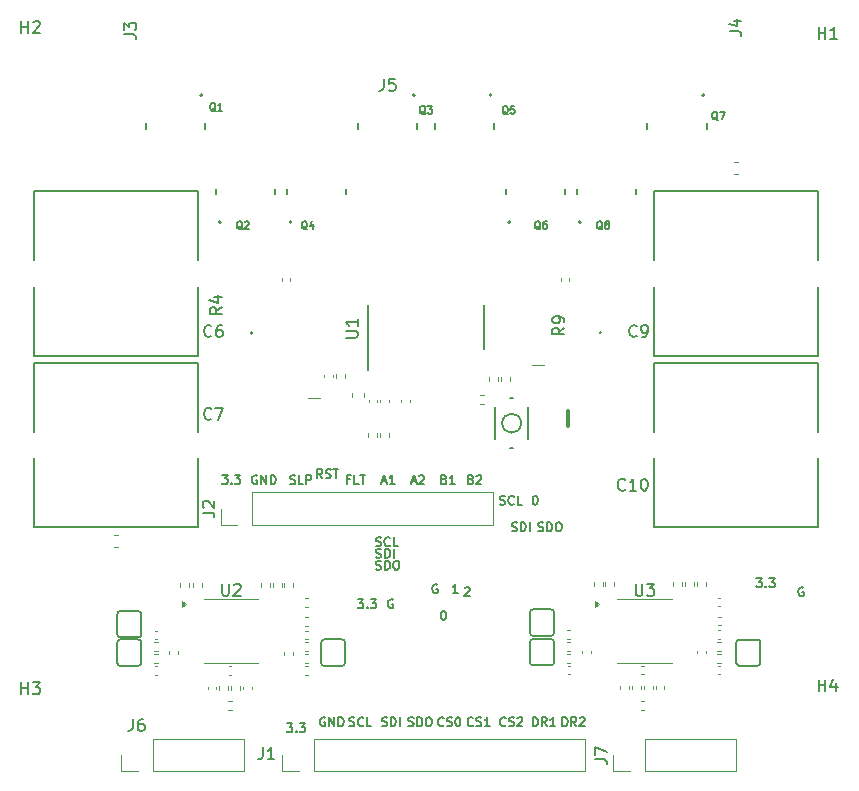
<source format=gbr>
%TF.GenerationSoftware,KiCad,Pcbnew,9.0.7-9.0.7~ubuntu22.04.1*%
%TF.CreationDate,2026-02-07T19:05:41-07:00*%
%TF.ProjectId,Power_Brick,506f7765-725f-4427-9269-636b2e6b6963,1.1*%
%TF.SameCoordinates,Original*%
%TF.FileFunction,Legend,Top*%
%TF.FilePolarity,Positive*%
%FSLAX46Y46*%
G04 Gerber Fmt 4.6, Leading zero omitted, Abs format (unit mm)*
G04 Created by KiCad (PCBNEW 9.0.7-9.0.7~ubuntu22.04.1) date 2026-02-07 19:05:41*
%MOMM*%
%LPD*%
G01*
G04 APERTURE LIST*
%ADD10C,0.300000*%
%ADD11C,0.187500*%
%ADD12C,0.150000*%
%ADD13C,0.120000*%
%ADD14C,0.127000*%
%ADD15C,0.200000*%
%ADD16C,0.152400*%
%ADD17C,0.203200*%
G04 APERTURE END LIST*
D10*
X224500000Y-131000000D02*
X224500000Y-129750000D01*
D11*
X206730497Y-145648464D02*
X207194783Y-145648464D01*
X207194783Y-145648464D02*
X206944783Y-145934178D01*
X206944783Y-145934178D02*
X207051926Y-145934178D01*
X207051926Y-145934178D02*
X207123355Y-145969892D01*
X207123355Y-145969892D02*
X207159069Y-146005607D01*
X207159069Y-146005607D02*
X207194783Y-146077035D01*
X207194783Y-146077035D02*
X207194783Y-146255607D01*
X207194783Y-146255607D02*
X207159069Y-146327035D01*
X207159069Y-146327035D02*
X207123355Y-146362750D01*
X207123355Y-146362750D02*
X207051926Y-146398464D01*
X207051926Y-146398464D02*
X206837640Y-146398464D01*
X206837640Y-146398464D02*
X206766212Y-146362750D01*
X206766212Y-146362750D02*
X206730497Y-146327035D01*
X207516212Y-146327035D02*
X207551926Y-146362750D01*
X207551926Y-146362750D02*
X207516212Y-146398464D01*
X207516212Y-146398464D02*
X207480498Y-146362750D01*
X207480498Y-146362750D02*
X207516212Y-146327035D01*
X207516212Y-146327035D02*
X207516212Y-146398464D01*
X207801926Y-145648464D02*
X208266212Y-145648464D01*
X208266212Y-145648464D02*
X208016212Y-145934178D01*
X208016212Y-145934178D02*
X208123355Y-145934178D01*
X208123355Y-145934178D02*
X208194784Y-145969892D01*
X208194784Y-145969892D02*
X208230498Y-146005607D01*
X208230498Y-146005607D02*
X208266212Y-146077035D01*
X208266212Y-146077035D02*
X208266212Y-146255607D01*
X208266212Y-146255607D02*
X208230498Y-146327035D01*
X208230498Y-146327035D02*
X208194784Y-146362750D01*
X208194784Y-146362750D02*
X208123355Y-146398464D01*
X208123355Y-146398464D02*
X207909069Y-146398464D01*
X207909069Y-146398464D02*
X207837641Y-146362750D01*
X207837641Y-146362750D02*
X207801926Y-146327035D01*
X213944783Y-146648464D02*
X214016212Y-146648464D01*
X214016212Y-146648464D02*
X214087640Y-146684178D01*
X214087640Y-146684178D02*
X214123355Y-146719892D01*
X214123355Y-146719892D02*
X214159069Y-146791321D01*
X214159069Y-146791321D02*
X214194783Y-146934178D01*
X214194783Y-146934178D02*
X214194783Y-147112750D01*
X214194783Y-147112750D02*
X214159069Y-147255607D01*
X214159069Y-147255607D02*
X214123355Y-147327035D01*
X214123355Y-147327035D02*
X214087640Y-147362750D01*
X214087640Y-147362750D02*
X214016212Y-147398464D01*
X214016212Y-147398464D02*
X213944783Y-147398464D01*
X213944783Y-147398464D02*
X213873355Y-147362750D01*
X213873355Y-147362750D02*
X213837640Y-147327035D01*
X213837640Y-147327035D02*
X213801926Y-147255607D01*
X213801926Y-147255607D02*
X213766212Y-147112750D01*
X213766212Y-147112750D02*
X213766212Y-146934178D01*
X213766212Y-146934178D02*
X213801926Y-146791321D01*
X213801926Y-146791321D02*
X213837640Y-146719892D01*
X213837640Y-146719892D02*
X213873355Y-146684178D01*
X213873355Y-146684178D02*
X213944783Y-146648464D01*
X214051926Y-135505607D02*
X214159069Y-135541321D01*
X214159069Y-135541321D02*
X214194783Y-135577035D01*
X214194783Y-135577035D02*
X214230497Y-135648464D01*
X214230497Y-135648464D02*
X214230497Y-135755607D01*
X214230497Y-135755607D02*
X214194783Y-135827035D01*
X214194783Y-135827035D02*
X214159069Y-135862750D01*
X214159069Y-135862750D02*
X214087640Y-135898464D01*
X214087640Y-135898464D02*
X213801926Y-135898464D01*
X213801926Y-135898464D02*
X213801926Y-135148464D01*
X213801926Y-135148464D02*
X214051926Y-135148464D01*
X214051926Y-135148464D02*
X214123355Y-135184178D01*
X214123355Y-135184178D02*
X214159069Y-135219892D01*
X214159069Y-135219892D02*
X214194783Y-135291321D01*
X214194783Y-135291321D02*
X214194783Y-135362750D01*
X214194783Y-135362750D02*
X214159069Y-135434178D01*
X214159069Y-135434178D02*
X214123355Y-135469892D01*
X214123355Y-135469892D02*
X214051926Y-135505607D01*
X214051926Y-135505607D02*
X213801926Y-135505607D01*
X214944783Y-135898464D02*
X214516212Y-135898464D01*
X214730497Y-135898464D02*
X214730497Y-135148464D01*
X214730497Y-135148464D02*
X214659069Y-135255607D01*
X214659069Y-135255607D02*
X214587640Y-135327035D01*
X214587640Y-135327035D02*
X214516212Y-135362750D01*
X216301926Y-135505607D02*
X216409069Y-135541321D01*
X216409069Y-135541321D02*
X216444783Y-135577035D01*
X216444783Y-135577035D02*
X216480497Y-135648464D01*
X216480497Y-135648464D02*
X216480497Y-135755607D01*
X216480497Y-135755607D02*
X216444783Y-135827035D01*
X216444783Y-135827035D02*
X216409069Y-135862750D01*
X216409069Y-135862750D02*
X216337640Y-135898464D01*
X216337640Y-135898464D02*
X216051926Y-135898464D01*
X216051926Y-135898464D02*
X216051926Y-135148464D01*
X216051926Y-135148464D02*
X216301926Y-135148464D01*
X216301926Y-135148464D02*
X216373355Y-135184178D01*
X216373355Y-135184178D02*
X216409069Y-135219892D01*
X216409069Y-135219892D02*
X216444783Y-135291321D01*
X216444783Y-135291321D02*
X216444783Y-135362750D01*
X216444783Y-135362750D02*
X216409069Y-135434178D01*
X216409069Y-135434178D02*
X216373355Y-135469892D01*
X216373355Y-135469892D02*
X216301926Y-135505607D01*
X216301926Y-135505607D02*
X216051926Y-135505607D01*
X216766212Y-135219892D02*
X216801926Y-135184178D01*
X216801926Y-135184178D02*
X216873355Y-135148464D01*
X216873355Y-135148464D02*
X217051926Y-135148464D01*
X217051926Y-135148464D02*
X217123355Y-135184178D01*
X217123355Y-135184178D02*
X217159069Y-135219892D01*
X217159069Y-135219892D02*
X217194783Y-135291321D01*
X217194783Y-135291321D02*
X217194783Y-135362750D01*
X217194783Y-135362750D02*
X217159069Y-135469892D01*
X217159069Y-135469892D02*
X216730497Y-135898464D01*
X216730497Y-135898464D02*
X217194783Y-135898464D01*
X213444783Y-144434178D02*
X213373355Y-144398464D01*
X213373355Y-144398464D02*
X213266212Y-144398464D01*
X213266212Y-144398464D02*
X213159069Y-144434178D01*
X213159069Y-144434178D02*
X213087640Y-144505607D01*
X213087640Y-144505607D02*
X213051926Y-144577035D01*
X213051926Y-144577035D02*
X213016212Y-144719892D01*
X213016212Y-144719892D02*
X213016212Y-144827035D01*
X213016212Y-144827035D02*
X213051926Y-144969892D01*
X213051926Y-144969892D02*
X213087640Y-145041321D01*
X213087640Y-145041321D02*
X213159069Y-145112750D01*
X213159069Y-145112750D02*
X213266212Y-145148464D01*
X213266212Y-145148464D02*
X213337640Y-145148464D01*
X213337640Y-145148464D02*
X213444783Y-145112750D01*
X213444783Y-145112750D02*
X213480497Y-145077035D01*
X213480497Y-145077035D02*
X213480497Y-144827035D01*
X213480497Y-144827035D02*
X213337640Y-144827035D01*
X213980497Y-156327035D02*
X213944783Y-156362750D01*
X213944783Y-156362750D02*
X213837640Y-156398464D01*
X213837640Y-156398464D02*
X213766212Y-156398464D01*
X213766212Y-156398464D02*
X213659069Y-156362750D01*
X213659069Y-156362750D02*
X213587640Y-156291321D01*
X213587640Y-156291321D02*
X213551926Y-156219892D01*
X213551926Y-156219892D02*
X213516212Y-156077035D01*
X213516212Y-156077035D02*
X213516212Y-155969892D01*
X213516212Y-155969892D02*
X213551926Y-155827035D01*
X213551926Y-155827035D02*
X213587640Y-155755607D01*
X213587640Y-155755607D02*
X213659069Y-155684178D01*
X213659069Y-155684178D02*
X213766212Y-155648464D01*
X213766212Y-155648464D02*
X213837640Y-155648464D01*
X213837640Y-155648464D02*
X213944783Y-155684178D01*
X213944783Y-155684178D02*
X213980497Y-155719892D01*
X214266212Y-156362750D02*
X214373355Y-156398464D01*
X214373355Y-156398464D02*
X214551926Y-156398464D01*
X214551926Y-156398464D02*
X214623355Y-156362750D01*
X214623355Y-156362750D02*
X214659069Y-156327035D01*
X214659069Y-156327035D02*
X214694783Y-156255607D01*
X214694783Y-156255607D02*
X214694783Y-156184178D01*
X214694783Y-156184178D02*
X214659069Y-156112750D01*
X214659069Y-156112750D02*
X214623355Y-156077035D01*
X214623355Y-156077035D02*
X214551926Y-156041321D01*
X214551926Y-156041321D02*
X214409069Y-156005607D01*
X214409069Y-156005607D02*
X214337640Y-155969892D01*
X214337640Y-155969892D02*
X214301926Y-155934178D01*
X214301926Y-155934178D02*
X214266212Y-155862750D01*
X214266212Y-155862750D02*
X214266212Y-155791321D01*
X214266212Y-155791321D02*
X214301926Y-155719892D01*
X214301926Y-155719892D02*
X214337640Y-155684178D01*
X214337640Y-155684178D02*
X214409069Y-155648464D01*
X214409069Y-155648464D02*
X214587640Y-155648464D01*
X214587640Y-155648464D02*
X214694783Y-155684178D01*
X215159069Y-155648464D02*
X215230498Y-155648464D01*
X215230498Y-155648464D02*
X215301926Y-155684178D01*
X215301926Y-155684178D02*
X215337641Y-155719892D01*
X215337641Y-155719892D02*
X215373355Y-155791321D01*
X215373355Y-155791321D02*
X215409069Y-155934178D01*
X215409069Y-155934178D02*
X215409069Y-156112750D01*
X215409069Y-156112750D02*
X215373355Y-156255607D01*
X215373355Y-156255607D02*
X215337641Y-156327035D01*
X215337641Y-156327035D02*
X215301926Y-156362750D01*
X215301926Y-156362750D02*
X215230498Y-156398464D01*
X215230498Y-156398464D02*
X215159069Y-156398464D01*
X215159069Y-156398464D02*
X215087641Y-156362750D01*
X215087641Y-156362750D02*
X215051926Y-156327035D01*
X215051926Y-156327035D02*
X215016212Y-156255607D01*
X215016212Y-156255607D02*
X214980498Y-156112750D01*
X214980498Y-156112750D02*
X214980498Y-155934178D01*
X214980498Y-155934178D02*
X215016212Y-155791321D01*
X215016212Y-155791321D02*
X215051926Y-155719892D01*
X215051926Y-155719892D02*
X215087641Y-155684178D01*
X215087641Y-155684178D02*
X215159069Y-155648464D01*
X200730497Y-156148464D02*
X201194783Y-156148464D01*
X201194783Y-156148464D02*
X200944783Y-156434178D01*
X200944783Y-156434178D02*
X201051926Y-156434178D01*
X201051926Y-156434178D02*
X201123355Y-156469892D01*
X201123355Y-156469892D02*
X201159069Y-156505607D01*
X201159069Y-156505607D02*
X201194783Y-156577035D01*
X201194783Y-156577035D02*
X201194783Y-156755607D01*
X201194783Y-156755607D02*
X201159069Y-156827035D01*
X201159069Y-156827035D02*
X201123355Y-156862750D01*
X201123355Y-156862750D02*
X201051926Y-156898464D01*
X201051926Y-156898464D02*
X200837640Y-156898464D01*
X200837640Y-156898464D02*
X200766212Y-156862750D01*
X200766212Y-156862750D02*
X200730497Y-156827035D01*
X201516212Y-156827035D02*
X201551926Y-156862750D01*
X201551926Y-156862750D02*
X201516212Y-156898464D01*
X201516212Y-156898464D02*
X201480498Y-156862750D01*
X201480498Y-156862750D02*
X201516212Y-156827035D01*
X201516212Y-156827035D02*
X201516212Y-156898464D01*
X201801926Y-156148464D02*
X202266212Y-156148464D01*
X202266212Y-156148464D02*
X202016212Y-156434178D01*
X202016212Y-156434178D02*
X202123355Y-156434178D01*
X202123355Y-156434178D02*
X202194784Y-156469892D01*
X202194784Y-156469892D02*
X202230498Y-156505607D01*
X202230498Y-156505607D02*
X202266212Y-156577035D01*
X202266212Y-156577035D02*
X202266212Y-156755607D01*
X202266212Y-156755607D02*
X202230498Y-156827035D01*
X202230498Y-156827035D02*
X202194784Y-156862750D01*
X202194784Y-156862750D02*
X202123355Y-156898464D01*
X202123355Y-156898464D02*
X201909069Y-156898464D01*
X201909069Y-156898464D02*
X201837641Y-156862750D01*
X201837641Y-156862750D02*
X201801926Y-156827035D01*
X218766212Y-137612750D02*
X218873355Y-137648464D01*
X218873355Y-137648464D02*
X219051926Y-137648464D01*
X219051926Y-137648464D02*
X219123355Y-137612750D01*
X219123355Y-137612750D02*
X219159069Y-137577035D01*
X219159069Y-137577035D02*
X219194783Y-137505607D01*
X219194783Y-137505607D02*
X219194783Y-137434178D01*
X219194783Y-137434178D02*
X219159069Y-137362750D01*
X219159069Y-137362750D02*
X219123355Y-137327035D01*
X219123355Y-137327035D02*
X219051926Y-137291321D01*
X219051926Y-137291321D02*
X218909069Y-137255607D01*
X218909069Y-137255607D02*
X218837640Y-137219892D01*
X218837640Y-137219892D02*
X218801926Y-137184178D01*
X218801926Y-137184178D02*
X218766212Y-137112750D01*
X218766212Y-137112750D02*
X218766212Y-137041321D01*
X218766212Y-137041321D02*
X218801926Y-136969892D01*
X218801926Y-136969892D02*
X218837640Y-136934178D01*
X218837640Y-136934178D02*
X218909069Y-136898464D01*
X218909069Y-136898464D02*
X219087640Y-136898464D01*
X219087640Y-136898464D02*
X219194783Y-136934178D01*
X219944783Y-137577035D02*
X219909069Y-137612750D01*
X219909069Y-137612750D02*
X219801926Y-137648464D01*
X219801926Y-137648464D02*
X219730498Y-137648464D01*
X219730498Y-137648464D02*
X219623355Y-137612750D01*
X219623355Y-137612750D02*
X219551926Y-137541321D01*
X219551926Y-137541321D02*
X219516212Y-137469892D01*
X219516212Y-137469892D02*
X219480498Y-137327035D01*
X219480498Y-137327035D02*
X219480498Y-137219892D01*
X219480498Y-137219892D02*
X219516212Y-137077035D01*
X219516212Y-137077035D02*
X219551926Y-137005607D01*
X219551926Y-137005607D02*
X219623355Y-136934178D01*
X219623355Y-136934178D02*
X219730498Y-136898464D01*
X219730498Y-136898464D02*
X219801926Y-136898464D01*
X219801926Y-136898464D02*
X219909069Y-136934178D01*
X219909069Y-136934178D02*
X219944783Y-136969892D01*
X220623355Y-137648464D02*
X220266212Y-137648464D01*
X220266212Y-137648464D02*
X220266212Y-136898464D01*
X221694783Y-136898464D02*
X221766212Y-136898464D01*
X221766212Y-136898464D02*
X221837640Y-136934178D01*
X221837640Y-136934178D02*
X221873355Y-136969892D01*
X221873355Y-136969892D02*
X221909069Y-137041321D01*
X221909069Y-137041321D02*
X221944783Y-137184178D01*
X221944783Y-137184178D02*
X221944783Y-137362750D01*
X221944783Y-137362750D02*
X221909069Y-137505607D01*
X221909069Y-137505607D02*
X221873355Y-137577035D01*
X221873355Y-137577035D02*
X221837640Y-137612750D01*
X221837640Y-137612750D02*
X221766212Y-137648464D01*
X221766212Y-137648464D02*
X221694783Y-137648464D01*
X221694783Y-137648464D02*
X221623355Y-137612750D01*
X221623355Y-137612750D02*
X221587640Y-137577035D01*
X221587640Y-137577035D02*
X221551926Y-137505607D01*
X221551926Y-137505607D02*
X221516212Y-137362750D01*
X221516212Y-137362750D02*
X221516212Y-137184178D01*
X221516212Y-137184178D02*
X221551926Y-137041321D01*
X221551926Y-137041321D02*
X221587640Y-136969892D01*
X221587640Y-136969892D02*
X221623355Y-136934178D01*
X221623355Y-136934178D02*
X221694783Y-136898464D01*
X224051926Y-156398464D02*
X224051926Y-155648464D01*
X224051926Y-155648464D02*
X224230497Y-155648464D01*
X224230497Y-155648464D02*
X224337640Y-155684178D01*
X224337640Y-155684178D02*
X224409069Y-155755607D01*
X224409069Y-155755607D02*
X224444783Y-155827035D01*
X224444783Y-155827035D02*
X224480497Y-155969892D01*
X224480497Y-155969892D02*
X224480497Y-156077035D01*
X224480497Y-156077035D02*
X224444783Y-156219892D01*
X224444783Y-156219892D02*
X224409069Y-156291321D01*
X224409069Y-156291321D02*
X224337640Y-156362750D01*
X224337640Y-156362750D02*
X224230497Y-156398464D01*
X224230497Y-156398464D02*
X224051926Y-156398464D01*
X225230497Y-156398464D02*
X224980497Y-156041321D01*
X224801926Y-156398464D02*
X224801926Y-155648464D01*
X224801926Y-155648464D02*
X225087640Y-155648464D01*
X225087640Y-155648464D02*
X225159069Y-155684178D01*
X225159069Y-155684178D02*
X225194783Y-155719892D01*
X225194783Y-155719892D02*
X225230497Y-155791321D01*
X225230497Y-155791321D02*
X225230497Y-155898464D01*
X225230497Y-155898464D02*
X225194783Y-155969892D01*
X225194783Y-155969892D02*
X225159069Y-156005607D01*
X225159069Y-156005607D02*
X225087640Y-156041321D01*
X225087640Y-156041321D02*
X224801926Y-156041321D01*
X225516212Y-155719892D02*
X225551926Y-155684178D01*
X225551926Y-155684178D02*
X225623355Y-155648464D01*
X225623355Y-155648464D02*
X225801926Y-155648464D01*
X225801926Y-155648464D02*
X225873355Y-155684178D01*
X225873355Y-155684178D02*
X225909069Y-155719892D01*
X225909069Y-155719892D02*
X225944783Y-155791321D01*
X225944783Y-155791321D02*
X225944783Y-155862750D01*
X225944783Y-155862750D02*
X225909069Y-155969892D01*
X225909069Y-155969892D02*
X225480497Y-156398464D01*
X225480497Y-156398464D02*
X225944783Y-156398464D01*
X208266212Y-141112750D02*
X208373355Y-141148464D01*
X208373355Y-141148464D02*
X208551926Y-141148464D01*
X208551926Y-141148464D02*
X208623355Y-141112750D01*
X208623355Y-141112750D02*
X208659069Y-141077035D01*
X208659069Y-141077035D02*
X208694783Y-141005607D01*
X208694783Y-141005607D02*
X208694783Y-140934178D01*
X208694783Y-140934178D02*
X208659069Y-140862750D01*
X208659069Y-140862750D02*
X208623355Y-140827035D01*
X208623355Y-140827035D02*
X208551926Y-140791321D01*
X208551926Y-140791321D02*
X208409069Y-140755607D01*
X208409069Y-140755607D02*
X208337640Y-140719892D01*
X208337640Y-140719892D02*
X208301926Y-140684178D01*
X208301926Y-140684178D02*
X208266212Y-140612750D01*
X208266212Y-140612750D02*
X208266212Y-140541321D01*
X208266212Y-140541321D02*
X208301926Y-140469892D01*
X208301926Y-140469892D02*
X208337640Y-140434178D01*
X208337640Y-140434178D02*
X208409069Y-140398464D01*
X208409069Y-140398464D02*
X208587640Y-140398464D01*
X208587640Y-140398464D02*
X208694783Y-140434178D01*
X209444783Y-141077035D02*
X209409069Y-141112750D01*
X209409069Y-141112750D02*
X209301926Y-141148464D01*
X209301926Y-141148464D02*
X209230498Y-141148464D01*
X209230498Y-141148464D02*
X209123355Y-141112750D01*
X209123355Y-141112750D02*
X209051926Y-141041321D01*
X209051926Y-141041321D02*
X209016212Y-140969892D01*
X209016212Y-140969892D02*
X208980498Y-140827035D01*
X208980498Y-140827035D02*
X208980498Y-140719892D01*
X208980498Y-140719892D02*
X209016212Y-140577035D01*
X209016212Y-140577035D02*
X209051926Y-140505607D01*
X209051926Y-140505607D02*
X209123355Y-140434178D01*
X209123355Y-140434178D02*
X209230498Y-140398464D01*
X209230498Y-140398464D02*
X209301926Y-140398464D01*
X209301926Y-140398464D02*
X209409069Y-140434178D01*
X209409069Y-140434178D02*
X209444783Y-140469892D01*
X210123355Y-141148464D02*
X209766212Y-141148464D01*
X209766212Y-141148464D02*
X209766212Y-140398464D01*
X211266212Y-135684178D02*
X211623355Y-135684178D01*
X211194783Y-135898464D02*
X211444783Y-135148464D01*
X211444783Y-135148464D02*
X211694783Y-135898464D01*
X211909069Y-135219892D02*
X211944783Y-135184178D01*
X211944783Y-135184178D02*
X212016212Y-135148464D01*
X212016212Y-135148464D02*
X212194783Y-135148464D01*
X212194783Y-135148464D02*
X212266212Y-135184178D01*
X212266212Y-135184178D02*
X212301926Y-135219892D01*
X212301926Y-135219892D02*
X212337640Y-135291321D01*
X212337640Y-135291321D02*
X212337640Y-135362750D01*
X212337640Y-135362750D02*
X212301926Y-135469892D01*
X212301926Y-135469892D02*
X211873354Y-135898464D01*
X211873354Y-135898464D02*
X212337640Y-135898464D01*
X203944783Y-155684178D02*
X203873355Y-155648464D01*
X203873355Y-155648464D02*
X203766212Y-155648464D01*
X203766212Y-155648464D02*
X203659069Y-155684178D01*
X203659069Y-155684178D02*
X203587640Y-155755607D01*
X203587640Y-155755607D02*
X203551926Y-155827035D01*
X203551926Y-155827035D02*
X203516212Y-155969892D01*
X203516212Y-155969892D02*
X203516212Y-156077035D01*
X203516212Y-156077035D02*
X203551926Y-156219892D01*
X203551926Y-156219892D02*
X203587640Y-156291321D01*
X203587640Y-156291321D02*
X203659069Y-156362750D01*
X203659069Y-156362750D02*
X203766212Y-156398464D01*
X203766212Y-156398464D02*
X203837640Y-156398464D01*
X203837640Y-156398464D02*
X203944783Y-156362750D01*
X203944783Y-156362750D02*
X203980497Y-156327035D01*
X203980497Y-156327035D02*
X203980497Y-156077035D01*
X203980497Y-156077035D02*
X203837640Y-156077035D01*
X204301926Y-156398464D02*
X204301926Y-155648464D01*
X204301926Y-155648464D02*
X204730497Y-156398464D01*
X204730497Y-156398464D02*
X204730497Y-155648464D01*
X205087640Y-156398464D02*
X205087640Y-155648464D01*
X205087640Y-155648464D02*
X205266211Y-155648464D01*
X205266211Y-155648464D02*
X205373354Y-155684178D01*
X205373354Y-155684178D02*
X205444783Y-155755607D01*
X205444783Y-155755607D02*
X205480497Y-155827035D01*
X205480497Y-155827035D02*
X205516211Y-155969892D01*
X205516211Y-155969892D02*
X205516211Y-156077035D01*
X205516211Y-156077035D02*
X205480497Y-156219892D01*
X205480497Y-156219892D02*
X205444783Y-156291321D01*
X205444783Y-156291321D02*
X205373354Y-156362750D01*
X205373354Y-156362750D02*
X205266211Y-156398464D01*
X205266211Y-156398464D02*
X205087640Y-156398464D01*
X209694783Y-145684178D02*
X209623355Y-145648464D01*
X209623355Y-145648464D02*
X209516212Y-145648464D01*
X209516212Y-145648464D02*
X209409069Y-145684178D01*
X209409069Y-145684178D02*
X209337640Y-145755607D01*
X209337640Y-145755607D02*
X209301926Y-145827035D01*
X209301926Y-145827035D02*
X209266212Y-145969892D01*
X209266212Y-145969892D02*
X209266212Y-146077035D01*
X209266212Y-146077035D02*
X209301926Y-146219892D01*
X209301926Y-146219892D02*
X209337640Y-146291321D01*
X209337640Y-146291321D02*
X209409069Y-146362750D01*
X209409069Y-146362750D02*
X209516212Y-146398464D01*
X209516212Y-146398464D02*
X209587640Y-146398464D01*
X209587640Y-146398464D02*
X209694783Y-146362750D01*
X209694783Y-146362750D02*
X209730497Y-146327035D01*
X209730497Y-146327035D02*
X209730497Y-146077035D01*
X209730497Y-146077035D02*
X209587640Y-146077035D01*
X208266212Y-143112750D02*
X208373355Y-143148464D01*
X208373355Y-143148464D02*
X208551926Y-143148464D01*
X208551926Y-143148464D02*
X208623355Y-143112750D01*
X208623355Y-143112750D02*
X208659069Y-143077035D01*
X208659069Y-143077035D02*
X208694783Y-143005607D01*
X208694783Y-143005607D02*
X208694783Y-142934178D01*
X208694783Y-142934178D02*
X208659069Y-142862750D01*
X208659069Y-142862750D02*
X208623355Y-142827035D01*
X208623355Y-142827035D02*
X208551926Y-142791321D01*
X208551926Y-142791321D02*
X208409069Y-142755607D01*
X208409069Y-142755607D02*
X208337640Y-142719892D01*
X208337640Y-142719892D02*
X208301926Y-142684178D01*
X208301926Y-142684178D02*
X208266212Y-142612750D01*
X208266212Y-142612750D02*
X208266212Y-142541321D01*
X208266212Y-142541321D02*
X208301926Y-142469892D01*
X208301926Y-142469892D02*
X208337640Y-142434178D01*
X208337640Y-142434178D02*
X208409069Y-142398464D01*
X208409069Y-142398464D02*
X208587640Y-142398464D01*
X208587640Y-142398464D02*
X208694783Y-142434178D01*
X209016212Y-143148464D02*
X209016212Y-142398464D01*
X209016212Y-142398464D02*
X209194783Y-142398464D01*
X209194783Y-142398464D02*
X209301926Y-142434178D01*
X209301926Y-142434178D02*
X209373355Y-142505607D01*
X209373355Y-142505607D02*
X209409069Y-142577035D01*
X209409069Y-142577035D02*
X209444783Y-142719892D01*
X209444783Y-142719892D02*
X209444783Y-142827035D01*
X209444783Y-142827035D02*
X209409069Y-142969892D01*
X209409069Y-142969892D02*
X209373355Y-143041321D01*
X209373355Y-143041321D02*
X209301926Y-143112750D01*
X209301926Y-143112750D02*
X209194783Y-143148464D01*
X209194783Y-143148464D02*
X209016212Y-143148464D01*
X209909069Y-142398464D02*
X210051926Y-142398464D01*
X210051926Y-142398464D02*
X210123355Y-142434178D01*
X210123355Y-142434178D02*
X210194783Y-142505607D01*
X210194783Y-142505607D02*
X210230498Y-142648464D01*
X210230498Y-142648464D02*
X210230498Y-142898464D01*
X210230498Y-142898464D02*
X210194783Y-143041321D01*
X210194783Y-143041321D02*
X210123355Y-143112750D01*
X210123355Y-143112750D02*
X210051926Y-143148464D01*
X210051926Y-143148464D02*
X209909069Y-143148464D01*
X209909069Y-143148464D02*
X209837641Y-143112750D01*
X209837641Y-143112750D02*
X209766212Y-143041321D01*
X209766212Y-143041321D02*
X209730498Y-142898464D01*
X209730498Y-142898464D02*
X209730498Y-142648464D01*
X209730498Y-142648464D02*
X209766212Y-142505607D01*
X209766212Y-142505607D02*
X209837641Y-142434178D01*
X209837641Y-142434178D02*
X209909069Y-142398464D01*
X208766212Y-135684178D02*
X209123355Y-135684178D01*
X208694783Y-135898464D02*
X208944783Y-135148464D01*
X208944783Y-135148464D02*
X209194783Y-135898464D01*
X209837640Y-135898464D02*
X209409069Y-135898464D01*
X209623354Y-135898464D02*
X209623354Y-135148464D01*
X209623354Y-135148464D02*
X209551926Y-135255607D01*
X209551926Y-135255607D02*
X209480497Y-135327035D01*
X209480497Y-135327035D02*
X209409069Y-135362750D01*
X219230497Y-156327035D02*
X219194783Y-156362750D01*
X219194783Y-156362750D02*
X219087640Y-156398464D01*
X219087640Y-156398464D02*
X219016212Y-156398464D01*
X219016212Y-156398464D02*
X218909069Y-156362750D01*
X218909069Y-156362750D02*
X218837640Y-156291321D01*
X218837640Y-156291321D02*
X218801926Y-156219892D01*
X218801926Y-156219892D02*
X218766212Y-156077035D01*
X218766212Y-156077035D02*
X218766212Y-155969892D01*
X218766212Y-155969892D02*
X218801926Y-155827035D01*
X218801926Y-155827035D02*
X218837640Y-155755607D01*
X218837640Y-155755607D02*
X218909069Y-155684178D01*
X218909069Y-155684178D02*
X219016212Y-155648464D01*
X219016212Y-155648464D02*
X219087640Y-155648464D01*
X219087640Y-155648464D02*
X219194783Y-155684178D01*
X219194783Y-155684178D02*
X219230497Y-155719892D01*
X219516212Y-156362750D02*
X219623355Y-156398464D01*
X219623355Y-156398464D02*
X219801926Y-156398464D01*
X219801926Y-156398464D02*
X219873355Y-156362750D01*
X219873355Y-156362750D02*
X219909069Y-156327035D01*
X219909069Y-156327035D02*
X219944783Y-156255607D01*
X219944783Y-156255607D02*
X219944783Y-156184178D01*
X219944783Y-156184178D02*
X219909069Y-156112750D01*
X219909069Y-156112750D02*
X219873355Y-156077035D01*
X219873355Y-156077035D02*
X219801926Y-156041321D01*
X219801926Y-156041321D02*
X219659069Y-156005607D01*
X219659069Y-156005607D02*
X219587640Y-155969892D01*
X219587640Y-155969892D02*
X219551926Y-155934178D01*
X219551926Y-155934178D02*
X219516212Y-155862750D01*
X219516212Y-155862750D02*
X219516212Y-155791321D01*
X219516212Y-155791321D02*
X219551926Y-155719892D01*
X219551926Y-155719892D02*
X219587640Y-155684178D01*
X219587640Y-155684178D02*
X219659069Y-155648464D01*
X219659069Y-155648464D02*
X219837640Y-155648464D01*
X219837640Y-155648464D02*
X219944783Y-155684178D01*
X220230498Y-155719892D02*
X220266212Y-155684178D01*
X220266212Y-155684178D02*
X220337641Y-155648464D01*
X220337641Y-155648464D02*
X220516212Y-155648464D01*
X220516212Y-155648464D02*
X220587641Y-155684178D01*
X220587641Y-155684178D02*
X220623355Y-155719892D01*
X220623355Y-155719892D02*
X220659069Y-155791321D01*
X220659069Y-155791321D02*
X220659069Y-155862750D01*
X220659069Y-155862750D02*
X220623355Y-155969892D01*
X220623355Y-155969892D02*
X220194783Y-156398464D01*
X220194783Y-156398464D02*
X220659069Y-156398464D01*
X216480497Y-156327035D02*
X216444783Y-156362750D01*
X216444783Y-156362750D02*
X216337640Y-156398464D01*
X216337640Y-156398464D02*
X216266212Y-156398464D01*
X216266212Y-156398464D02*
X216159069Y-156362750D01*
X216159069Y-156362750D02*
X216087640Y-156291321D01*
X216087640Y-156291321D02*
X216051926Y-156219892D01*
X216051926Y-156219892D02*
X216016212Y-156077035D01*
X216016212Y-156077035D02*
X216016212Y-155969892D01*
X216016212Y-155969892D02*
X216051926Y-155827035D01*
X216051926Y-155827035D02*
X216087640Y-155755607D01*
X216087640Y-155755607D02*
X216159069Y-155684178D01*
X216159069Y-155684178D02*
X216266212Y-155648464D01*
X216266212Y-155648464D02*
X216337640Y-155648464D01*
X216337640Y-155648464D02*
X216444783Y-155684178D01*
X216444783Y-155684178D02*
X216480497Y-155719892D01*
X216766212Y-156362750D02*
X216873355Y-156398464D01*
X216873355Y-156398464D02*
X217051926Y-156398464D01*
X217051926Y-156398464D02*
X217123355Y-156362750D01*
X217123355Y-156362750D02*
X217159069Y-156327035D01*
X217159069Y-156327035D02*
X217194783Y-156255607D01*
X217194783Y-156255607D02*
X217194783Y-156184178D01*
X217194783Y-156184178D02*
X217159069Y-156112750D01*
X217159069Y-156112750D02*
X217123355Y-156077035D01*
X217123355Y-156077035D02*
X217051926Y-156041321D01*
X217051926Y-156041321D02*
X216909069Y-156005607D01*
X216909069Y-156005607D02*
X216837640Y-155969892D01*
X216837640Y-155969892D02*
X216801926Y-155934178D01*
X216801926Y-155934178D02*
X216766212Y-155862750D01*
X216766212Y-155862750D02*
X216766212Y-155791321D01*
X216766212Y-155791321D02*
X216801926Y-155719892D01*
X216801926Y-155719892D02*
X216837640Y-155684178D01*
X216837640Y-155684178D02*
X216909069Y-155648464D01*
X216909069Y-155648464D02*
X217087640Y-155648464D01*
X217087640Y-155648464D02*
X217194783Y-155684178D01*
X217909069Y-156398464D02*
X217480498Y-156398464D01*
X217694783Y-156398464D02*
X217694783Y-155648464D01*
X217694783Y-155648464D02*
X217623355Y-155755607D01*
X217623355Y-155755607D02*
X217551926Y-155827035D01*
X217551926Y-155827035D02*
X217480498Y-155862750D01*
X221551926Y-156398464D02*
X221551926Y-155648464D01*
X221551926Y-155648464D02*
X221730497Y-155648464D01*
X221730497Y-155648464D02*
X221837640Y-155684178D01*
X221837640Y-155684178D02*
X221909069Y-155755607D01*
X221909069Y-155755607D02*
X221944783Y-155827035D01*
X221944783Y-155827035D02*
X221980497Y-155969892D01*
X221980497Y-155969892D02*
X221980497Y-156077035D01*
X221980497Y-156077035D02*
X221944783Y-156219892D01*
X221944783Y-156219892D02*
X221909069Y-156291321D01*
X221909069Y-156291321D02*
X221837640Y-156362750D01*
X221837640Y-156362750D02*
X221730497Y-156398464D01*
X221730497Y-156398464D02*
X221551926Y-156398464D01*
X222730497Y-156398464D02*
X222480497Y-156041321D01*
X222301926Y-156398464D02*
X222301926Y-155648464D01*
X222301926Y-155648464D02*
X222587640Y-155648464D01*
X222587640Y-155648464D02*
X222659069Y-155684178D01*
X222659069Y-155684178D02*
X222694783Y-155719892D01*
X222694783Y-155719892D02*
X222730497Y-155791321D01*
X222730497Y-155791321D02*
X222730497Y-155898464D01*
X222730497Y-155898464D02*
X222694783Y-155969892D01*
X222694783Y-155969892D02*
X222659069Y-156005607D01*
X222659069Y-156005607D02*
X222587640Y-156041321D01*
X222587640Y-156041321D02*
X222301926Y-156041321D01*
X223444783Y-156398464D02*
X223016212Y-156398464D01*
X223230497Y-156398464D02*
X223230497Y-155648464D01*
X223230497Y-155648464D02*
X223159069Y-155755607D01*
X223159069Y-155755607D02*
X223087640Y-155827035D01*
X223087640Y-155827035D02*
X223016212Y-155862750D01*
X201016212Y-135862750D02*
X201123355Y-135898464D01*
X201123355Y-135898464D02*
X201301926Y-135898464D01*
X201301926Y-135898464D02*
X201373355Y-135862750D01*
X201373355Y-135862750D02*
X201409069Y-135827035D01*
X201409069Y-135827035D02*
X201444783Y-135755607D01*
X201444783Y-135755607D02*
X201444783Y-135684178D01*
X201444783Y-135684178D02*
X201409069Y-135612750D01*
X201409069Y-135612750D02*
X201373355Y-135577035D01*
X201373355Y-135577035D02*
X201301926Y-135541321D01*
X201301926Y-135541321D02*
X201159069Y-135505607D01*
X201159069Y-135505607D02*
X201087640Y-135469892D01*
X201087640Y-135469892D02*
X201051926Y-135434178D01*
X201051926Y-135434178D02*
X201016212Y-135362750D01*
X201016212Y-135362750D02*
X201016212Y-135291321D01*
X201016212Y-135291321D02*
X201051926Y-135219892D01*
X201051926Y-135219892D02*
X201087640Y-135184178D01*
X201087640Y-135184178D02*
X201159069Y-135148464D01*
X201159069Y-135148464D02*
X201337640Y-135148464D01*
X201337640Y-135148464D02*
X201444783Y-135184178D01*
X202123355Y-135898464D02*
X201766212Y-135898464D01*
X201766212Y-135898464D02*
X201766212Y-135148464D01*
X202373355Y-135898464D02*
X202373355Y-135148464D01*
X202373355Y-135148464D02*
X202659069Y-135148464D01*
X202659069Y-135148464D02*
X202730498Y-135184178D01*
X202730498Y-135184178D02*
X202766212Y-135219892D01*
X202766212Y-135219892D02*
X202801926Y-135291321D01*
X202801926Y-135291321D02*
X202801926Y-135398464D01*
X202801926Y-135398464D02*
X202766212Y-135469892D01*
X202766212Y-135469892D02*
X202730498Y-135505607D01*
X202730498Y-135505607D02*
X202659069Y-135541321D01*
X202659069Y-135541321D02*
X202373355Y-135541321D01*
X208266212Y-142112750D02*
X208373355Y-142148464D01*
X208373355Y-142148464D02*
X208551926Y-142148464D01*
X208551926Y-142148464D02*
X208623355Y-142112750D01*
X208623355Y-142112750D02*
X208659069Y-142077035D01*
X208659069Y-142077035D02*
X208694783Y-142005607D01*
X208694783Y-142005607D02*
X208694783Y-141934178D01*
X208694783Y-141934178D02*
X208659069Y-141862750D01*
X208659069Y-141862750D02*
X208623355Y-141827035D01*
X208623355Y-141827035D02*
X208551926Y-141791321D01*
X208551926Y-141791321D02*
X208409069Y-141755607D01*
X208409069Y-141755607D02*
X208337640Y-141719892D01*
X208337640Y-141719892D02*
X208301926Y-141684178D01*
X208301926Y-141684178D02*
X208266212Y-141612750D01*
X208266212Y-141612750D02*
X208266212Y-141541321D01*
X208266212Y-141541321D02*
X208301926Y-141469892D01*
X208301926Y-141469892D02*
X208337640Y-141434178D01*
X208337640Y-141434178D02*
X208409069Y-141398464D01*
X208409069Y-141398464D02*
X208587640Y-141398464D01*
X208587640Y-141398464D02*
X208694783Y-141434178D01*
X209016212Y-142148464D02*
X209016212Y-141398464D01*
X209016212Y-141398464D02*
X209194783Y-141398464D01*
X209194783Y-141398464D02*
X209301926Y-141434178D01*
X209301926Y-141434178D02*
X209373355Y-141505607D01*
X209373355Y-141505607D02*
X209409069Y-141577035D01*
X209409069Y-141577035D02*
X209444783Y-141719892D01*
X209444783Y-141719892D02*
X209444783Y-141827035D01*
X209444783Y-141827035D02*
X209409069Y-141969892D01*
X209409069Y-141969892D02*
X209373355Y-142041321D01*
X209373355Y-142041321D02*
X209301926Y-142112750D01*
X209301926Y-142112750D02*
X209194783Y-142148464D01*
X209194783Y-142148464D02*
X209016212Y-142148464D01*
X209766212Y-142148464D02*
X209766212Y-141398464D01*
X206051926Y-135505607D02*
X205801926Y-135505607D01*
X205801926Y-135898464D02*
X205801926Y-135148464D01*
X205801926Y-135148464D02*
X206159069Y-135148464D01*
X206801926Y-135898464D02*
X206444783Y-135898464D01*
X206444783Y-135898464D02*
X206444783Y-135148464D01*
X206944783Y-135148464D02*
X207373355Y-135148464D01*
X207159069Y-135898464D02*
X207159069Y-135148464D01*
X222016212Y-139862750D02*
X222123355Y-139898464D01*
X222123355Y-139898464D02*
X222301926Y-139898464D01*
X222301926Y-139898464D02*
X222373355Y-139862750D01*
X222373355Y-139862750D02*
X222409069Y-139827035D01*
X222409069Y-139827035D02*
X222444783Y-139755607D01*
X222444783Y-139755607D02*
X222444783Y-139684178D01*
X222444783Y-139684178D02*
X222409069Y-139612750D01*
X222409069Y-139612750D02*
X222373355Y-139577035D01*
X222373355Y-139577035D02*
X222301926Y-139541321D01*
X222301926Y-139541321D02*
X222159069Y-139505607D01*
X222159069Y-139505607D02*
X222087640Y-139469892D01*
X222087640Y-139469892D02*
X222051926Y-139434178D01*
X222051926Y-139434178D02*
X222016212Y-139362750D01*
X222016212Y-139362750D02*
X222016212Y-139291321D01*
X222016212Y-139291321D02*
X222051926Y-139219892D01*
X222051926Y-139219892D02*
X222087640Y-139184178D01*
X222087640Y-139184178D02*
X222159069Y-139148464D01*
X222159069Y-139148464D02*
X222337640Y-139148464D01*
X222337640Y-139148464D02*
X222444783Y-139184178D01*
X222766212Y-139898464D02*
X222766212Y-139148464D01*
X222766212Y-139148464D02*
X222944783Y-139148464D01*
X222944783Y-139148464D02*
X223051926Y-139184178D01*
X223051926Y-139184178D02*
X223123355Y-139255607D01*
X223123355Y-139255607D02*
X223159069Y-139327035D01*
X223159069Y-139327035D02*
X223194783Y-139469892D01*
X223194783Y-139469892D02*
X223194783Y-139577035D01*
X223194783Y-139577035D02*
X223159069Y-139719892D01*
X223159069Y-139719892D02*
X223123355Y-139791321D01*
X223123355Y-139791321D02*
X223051926Y-139862750D01*
X223051926Y-139862750D02*
X222944783Y-139898464D01*
X222944783Y-139898464D02*
X222766212Y-139898464D01*
X223659069Y-139148464D02*
X223801926Y-139148464D01*
X223801926Y-139148464D02*
X223873355Y-139184178D01*
X223873355Y-139184178D02*
X223944783Y-139255607D01*
X223944783Y-139255607D02*
X223980498Y-139398464D01*
X223980498Y-139398464D02*
X223980498Y-139648464D01*
X223980498Y-139648464D02*
X223944783Y-139791321D01*
X223944783Y-139791321D02*
X223873355Y-139862750D01*
X223873355Y-139862750D02*
X223801926Y-139898464D01*
X223801926Y-139898464D02*
X223659069Y-139898464D01*
X223659069Y-139898464D02*
X223587641Y-139862750D01*
X223587641Y-139862750D02*
X223516212Y-139791321D01*
X223516212Y-139791321D02*
X223480498Y-139648464D01*
X223480498Y-139648464D02*
X223480498Y-139398464D01*
X223480498Y-139398464D02*
X223516212Y-139255607D01*
X223516212Y-139255607D02*
X223587641Y-139184178D01*
X223587641Y-139184178D02*
X223659069Y-139148464D01*
X206016212Y-156362750D02*
X206123355Y-156398464D01*
X206123355Y-156398464D02*
X206301926Y-156398464D01*
X206301926Y-156398464D02*
X206373355Y-156362750D01*
X206373355Y-156362750D02*
X206409069Y-156327035D01*
X206409069Y-156327035D02*
X206444783Y-156255607D01*
X206444783Y-156255607D02*
X206444783Y-156184178D01*
X206444783Y-156184178D02*
X206409069Y-156112750D01*
X206409069Y-156112750D02*
X206373355Y-156077035D01*
X206373355Y-156077035D02*
X206301926Y-156041321D01*
X206301926Y-156041321D02*
X206159069Y-156005607D01*
X206159069Y-156005607D02*
X206087640Y-155969892D01*
X206087640Y-155969892D02*
X206051926Y-155934178D01*
X206051926Y-155934178D02*
X206016212Y-155862750D01*
X206016212Y-155862750D02*
X206016212Y-155791321D01*
X206016212Y-155791321D02*
X206051926Y-155719892D01*
X206051926Y-155719892D02*
X206087640Y-155684178D01*
X206087640Y-155684178D02*
X206159069Y-155648464D01*
X206159069Y-155648464D02*
X206337640Y-155648464D01*
X206337640Y-155648464D02*
X206444783Y-155684178D01*
X207194783Y-156327035D02*
X207159069Y-156362750D01*
X207159069Y-156362750D02*
X207051926Y-156398464D01*
X207051926Y-156398464D02*
X206980498Y-156398464D01*
X206980498Y-156398464D02*
X206873355Y-156362750D01*
X206873355Y-156362750D02*
X206801926Y-156291321D01*
X206801926Y-156291321D02*
X206766212Y-156219892D01*
X206766212Y-156219892D02*
X206730498Y-156077035D01*
X206730498Y-156077035D02*
X206730498Y-155969892D01*
X206730498Y-155969892D02*
X206766212Y-155827035D01*
X206766212Y-155827035D02*
X206801926Y-155755607D01*
X206801926Y-155755607D02*
X206873355Y-155684178D01*
X206873355Y-155684178D02*
X206980498Y-155648464D01*
X206980498Y-155648464D02*
X207051926Y-155648464D01*
X207051926Y-155648464D02*
X207159069Y-155684178D01*
X207159069Y-155684178D02*
X207194783Y-155719892D01*
X207873355Y-156398464D02*
X207516212Y-156398464D01*
X207516212Y-156398464D02*
X207516212Y-155648464D01*
X203730497Y-135398464D02*
X203480497Y-135041321D01*
X203301926Y-135398464D02*
X203301926Y-134648464D01*
X203301926Y-134648464D02*
X203587640Y-134648464D01*
X203587640Y-134648464D02*
X203659069Y-134684178D01*
X203659069Y-134684178D02*
X203694783Y-134719892D01*
X203694783Y-134719892D02*
X203730497Y-134791321D01*
X203730497Y-134791321D02*
X203730497Y-134898464D01*
X203730497Y-134898464D02*
X203694783Y-134969892D01*
X203694783Y-134969892D02*
X203659069Y-135005607D01*
X203659069Y-135005607D02*
X203587640Y-135041321D01*
X203587640Y-135041321D02*
X203301926Y-135041321D01*
X204016212Y-135362750D02*
X204123355Y-135398464D01*
X204123355Y-135398464D02*
X204301926Y-135398464D01*
X204301926Y-135398464D02*
X204373355Y-135362750D01*
X204373355Y-135362750D02*
X204409069Y-135327035D01*
X204409069Y-135327035D02*
X204444783Y-135255607D01*
X204444783Y-135255607D02*
X204444783Y-135184178D01*
X204444783Y-135184178D02*
X204409069Y-135112750D01*
X204409069Y-135112750D02*
X204373355Y-135077035D01*
X204373355Y-135077035D02*
X204301926Y-135041321D01*
X204301926Y-135041321D02*
X204159069Y-135005607D01*
X204159069Y-135005607D02*
X204087640Y-134969892D01*
X204087640Y-134969892D02*
X204051926Y-134934178D01*
X204051926Y-134934178D02*
X204016212Y-134862750D01*
X204016212Y-134862750D02*
X204016212Y-134791321D01*
X204016212Y-134791321D02*
X204051926Y-134719892D01*
X204051926Y-134719892D02*
X204087640Y-134684178D01*
X204087640Y-134684178D02*
X204159069Y-134648464D01*
X204159069Y-134648464D02*
X204337640Y-134648464D01*
X204337640Y-134648464D02*
X204444783Y-134684178D01*
X204659069Y-134648464D02*
X205087641Y-134648464D01*
X204873355Y-135398464D02*
X204873355Y-134648464D01*
X215194783Y-145148464D02*
X214766212Y-145148464D01*
X214980497Y-145148464D02*
X214980497Y-144398464D01*
X214980497Y-144398464D02*
X214909069Y-144505607D01*
X214909069Y-144505607D02*
X214837640Y-144577035D01*
X214837640Y-144577035D02*
X214766212Y-144612750D01*
X240480497Y-143898464D02*
X240944783Y-143898464D01*
X240944783Y-143898464D02*
X240694783Y-144184178D01*
X240694783Y-144184178D02*
X240801926Y-144184178D01*
X240801926Y-144184178D02*
X240873355Y-144219892D01*
X240873355Y-144219892D02*
X240909069Y-144255607D01*
X240909069Y-144255607D02*
X240944783Y-144327035D01*
X240944783Y-144327035D02*
X240944783Y-144505607D01*
X240944783Y-144505607D02*
X240909069Y-144577035D01*
X240909069Y-144577035D02*
X240873355Y-144612750D01*
X240873355Y-144612750D02*
X240801926Y-144648464D01*
X240801926Y-144648464D02*
X240587640Y-144648464D01*
X240587640Y-144648464D02*
X240516212Y-144612750D01*
X240516212Y-144612750D02*
X240480497Y-144577035D01*
X241266212Y-144577035D02*
X241301926Y-144612750D01*
X241301926Y-144612750D02*
X241266212Y-144648464D01*
X241266212Y-144648464D02*
X241230498Y-144612750D01*
X241230498Y-144612750D02*
X241266212Y-144577035D01*
X241266212Y-144577035D02*
X241266212Y-144648464D01*
X241551926Y-143898464D02*
X242016212Y-143898464D01*
X242016212Y-143898464D02*
X241766212Y-144184178D01*
X241766212Y-144184178D02*
X241873355Y-144184178D01*
X241873355Y-144184178D02*
X241944784Y-144219892D01*
X241944784Y-144219892D02*
X241980498Y-144255607D01*
X241980498Y-144255607D02*
X242016212Y-144327035D01*
X242016212Y-144327035D02*
X242016212Y-144505607D01*
X242016212Y-144505607D02*
X241980498Y-144577035D01*
X241980498Y-144577035D02*
X241944784Y-144612750D01*
X241944784Y-144612750D02*
X241873355Y-144648464D01*
X241873355Y-144648464D02*
X241659069Y-144648464D01*
X241659069Y-144648464D02*
X241587641Y-144612750D01*
X241587641Y-144612750D02*
X241551926Y-144577035D01*
X195230497Y-135148464D02*
X195694783Y-135148464D01*
X195694783Y-135148464D02*
X195444783Y-135434178D01*
X195444783Y-135434178D02*
X195551926Y-135434178D01*
X195551926Y-135434178D02*
X195623355Y-135469892D01*
X195623355Y-135469892D02*
X195659069Y-135505607D01*
X195659069Y-135505607D02*
X195694783Y-135577035D01*
X195694783Y-135577035D02*
X195694783Y-135755607D01*
X195694783Y-135755607D02*
X195659069Y-135827035D01*
X195659069Y-135827035D02*
X195623355Y-135862750D01*
X195623355Y-135862750D02*
X195551926Y-135898464D01*
X195551926Y-135898464D02*
X195337640Y-135898464D01*
X195337640Y-135898464D02*
X195266212Y-135862750D01*
X195266212Y-135862750D02*
X195230497Y-135827035D01*
X196016212Y-135827035D02*
X196051926Y-135862750D01*
X196051926Y-135862750D02*
X196016212Y-135898464D01*
X196016212Y-135898464D02*
X195980498Y-135862750D01*
X195980498Y-135862750D02*
X196016212Y-135827035D01*
X196016212Y-135827035D02*
X196016212Y-135898464D01*
X196301926Y-135148464D02*
X196766212Y-135148464D01*
X196766212Y-135148464D02*
X196516212Y-135434178D01*
X196516212Y-135434178D02*
X196623355Y-135434178D01*
X196623355Y-135434178D02*
X196694784Y-135469892D01*
X196694784Y-135469892D02*
X196730498Y-135505607D01*
X196730498Y-135505607D02*
X196766212Y-135577035D01*
X196766212Y-135577035D02*
X196766212Y-135755607D01*
X196766212Y-135755607D02*
X196730498Y-135827035D01*
X196730498Y-135827035D02*
X196694784Y-135862750D01*
X196694784Y-135862750D02*
X196623355Y-135898464D01*
X196623355Y-135898464D02*
X196409069Y-135898464D01*
X196409069Y-135898464D02*
X196337641Y-135862750D01*
X196337641Y-135862750D02*
X196301926Y-135827035D01*
X215766212Y-144719892D02*
X215801926Y-144684178D01*
X215801926Y-144684178D02*
X215873355Y-144648464D01*
X215873355Y-144648464D02*
X216051926Y-144648464D01*
X216051926Y-144648464D02*
X216123355Y-144684178D01*
X216123355Y-144684178D02*
X216159069Y-144719892D01*
X216159069Y-144719892D02*
X216194783Y-144791321D01*
X216194783Y-144791321D02*
X216194783Y-144862750D01*
X216194783Y-144862750D02*
X216159069Y-144969892D01*
X216159069Y-144969892D02*
X215730497Y-145398464D01*
X215730497Y-145398464D02*
X216194783Y-145398464D01*
X208766212Y-156362750D02*
X208873355Y-156398464D01*
X208873355Y-156398464D02*
X209051926Y-156398464D01*
X209051926Y-156398464D02*
X209123355Y-156362750D01*
X209123355Y-156362750D02*
X209159069Y-156327035D01*
X209159069Y-156327035D02*
X209194783Y-156255607D01*
X209194783Y-156255607D02*
X209194783Y-156184178D01*
X209194783Y-156184178D02*
X209159069Y-156112750D01*
X209159069Y-156112750D02*
X209123355Y-156077035D01*
X209123355Y-156077035D02*
X209051926Y-156041321D01*
X209051926Y-156041321D02*
X208909069Y-156005607D01*
X208909069Y-156005607D02*
X208837640Y-155969892D01*
X208837640Y-155969892D02*
X208801926Y-155934178D01*
X208801926Y-155934178D02*
X208766212Y-155862750D01*
X208766212Y-155862750D02*
X208766212Y-155791321D01*
X208766212Y-155791321D02*
X208801926Y-155719892D01*
X208801926Y-155719892D02*
X208837640Y-155684178D01*
X208837640Y-155684178D02*
X208909069Y-155648464D01*
X208909069Y-155648464D02*
X209087640Y-155648464D01*
X209087640Y-155648464D02*
X209194783Y-155684178D01*
X209516212Y-156398464D02*
X209516212Y-155648464D01*
X209516212Y-155648464D02*
X209694783Y-155648464D01*
X209694783Y-155648464D02*
X209801926Y-155684178D01*
X209801926Y-155684178D02*
X209873355Y-155755607D01*
X209873355Y-155755607D02*
X209909069Y-155827035D01*
X209909069Y-155827035D02*
X209944783Y-155969892D01*
X209944783Y-155969892D02*
X209944783Y-156077035D01*
X209944783Y-156077035D02*
X209909069Y-156219892D01*
X209909069Y-156219892D02*
X209873355Y-156291321D01*
X209873355Y-156291321D02*
X209801926Y-156362750D01*
X209801926Y-156362750D02*
X209694783Y-156398464D01*
X209694783Y-156398464D02*
X209516212Y-156398464D01*
X210266212Y-156398464D02*
X210266212Y-155648464D01*
X211016212Y-156362750D02*
X211123355Y-156398464D01*
X211123355Y-156398464D02*
X211301926Y-156398464D01*
X211301926Y-156398464D02*
X211373355Y-156362750D01*
X211373355Y-156362750D02*
X211409069Y-156327035D01*
X211409069Y-156327035D02*
X211444783Y-156255607D01*
X211444783Y-156255607D02*
X211444783Y-156184178D01*
X211444783Y-156184178D02*
X211409069Y-156112750D01*
X211409069Y-156112750D02*
X211373355Y-156077035D01*
X211373355Y-156077035D02*
X211301926Y-156041321D01*
X211301926Y-156041321D02*
X211159069Y-156005607D01*
X211159069Y-156005607D02*
X211087640Y-155969892D01*
X211087640Y-155969892D02*
X211051926Y-155934178D01*
X211051926Y-155934178D02*
X211016212Y-155862750D01*
X211016212Y-155862750D02*
X211016212Y-155791321D01*
X211016212Y-155791321D02*
X211051926Y-155719892D01*
X211051926Y-155719892D02*
X211087640Y-155684178D01*
X211087640Y-155684178D02*
X211159069Y-155648464D01*
X211159069Y-155648464D02*
X211337640Y-155648464D01*
X211337640Y-155648464D02*
X211444783Y-155684178D01*
X211766212Y-156398464D02*
X211766212Y-155648464D01*
X211766212Y-155648464D02*
X211944783Y-155648464D01*
X211944783Y-155648464D02*
X212051926Y-155684178D01*
X212051926Y-155684178D02*
X212123355Y-155755607D01*
X212123355Y-155755607D02*
X212159069Y-155827035D01*
X212159069Y-155827035D02*
X212194783Y-155969892D01*
X212194783Y-155969892D02*
X212194783Y-156077035D01*
X212194783Y-156077035D02*
X212159069Y-156219892D01*
X212159069Y-156219892D02*
X212123355Y-156291321D01*
X212123355Y-156291321D02*
X212051926Y-156362750D01*
X212051926Y-156362750D02*
X211944783Y-156398464D01*
X211944783Y-156398464D02*
X211766212Y-156398464D01*
X212659069Y-155648464D02*
X212801926Y-155648464D01*
X212801926Y-155648464D02*
X212873355Y-155684178D01*
X212873355Y-155684178D02*
X212944783Y-155755607D01*
X212944783Y-155755607D02*
X212980498Y-155898464D01*
X212980498Y-155898464D02*
X212980498Y-156148464D01*
X212980498Y-156148464D02*
X212944783Y-156291321D01*
X212944783Y-156291321D02*
X212873355Y-156362750D01*
X212873355Y-156362750D02*
X212801926Y-156398464D01*
X212801926Y-156398464D02*
X212659069Y-156398464D01*
X212659069Y-156398464D02*
X212587641Y-156362750D01*
X212587641Y-156362750D02*
X212516212Y-156291321D01*
X212516212Y-156291321D02*
X212480498Y-156148464D01*
X212480498Y-156148464D02*
X212480498Y-155898464D01*
X212480498Y-155898464D02*
X212516212Y-155755607D01*
X212516212Y-155755607D02*
X212587641Y-155684178D01*
X212587641Y-155684178D02*
X212659069Y-155648464D01*
X198194783Y-135184178D02*
X198123355Y-135148464D01*
X198123355Y-135148464D02*
X198016212Y-135148464D01*
X198016212Y-135148464D02*
X197909069Y-135184178D01*
X197909069Y-135184178D02*
X197837640Y-135255607D01*
X197837640Y-135255607D02*
X197801926Y-135327035D01*
X197801926Y-135327035D02*
X197766212Y-135469892D01*
X197766212Y-135469892D02*
X197766212Y-135577035D01*
X197766212Y-135577035D02*
X197801926Y-135719892D01*
X197801926Y-135719892D02*
X197837640Y-135791321D01*
X197837640Y-135791321D02*
X197909069Y-135862750D01*
X197909069Y-135862750D02*
X198016212Y-135898464D01*
X198016212Y-135898464D02*
X198087640Y-135898464D01*
X198087640Y-135898464D02*
X198194783Y-135862750D01*
X198194783Y-135862750D02*
X198230497Y-135827035D01*
X198230497Y-135827035D02*
X198230497Y-135577035D01*
X198230497Y-135577035D02*
X198087640Y-135577035D01*
X198551926Y-135898464D02*
X198551926Y-135148464D01*
X198551926Y-135148464D02*
X198980497Y-135898464D01*
X198980497Y-135898464D02*
X198980497Y-135148464D01*
X199337640Y-135898464D02*
X199337640Y-135148464D01*
X199337640Y-135148464D02*
X199516211Y-135148464D01*
X199516211Y-135148464D02*
X199623354Y-135184178D01*
X199623354Y-135184178D02*
X199694783Y-135255607D01*
X199694783Y-135255607D02*
X199730497Y-135327035D01*
X199730497Y-135327035D02*
X199766211Y-135469892D01*
X199766211Y-135469892D02*
X199766211Y-135577035D01*
X199766211Y-135577035D02*
X199730497Y-135719892D01*
X199730497Y-135719892D02*
X199694783Y-135791321D01*
X199694783Y-135791321D02*
X199623354Y-135862750D01*
X199623354Y-135862750D02*
X199516211Y-135898464D01*
X199516211Y-135898464D02*
X199337640Y-135898464D01*
X244444783Y-144684178D02*
X244373355Y-144648464D01*
X244373355Y-144648464D02*
X244266212Y-144648464D01*
X244266212Y-144648464D02*
X244159069Y-144684178D01*
X244159069Y-144684178D02*
X244087640Y-144755607D01*
X244087640Y-144755607D02*
X244051926Y-144827035D01*
X244051926Y-144827035D02*
X244016212Y-144969892D01*
X244016212Y-144969892D02*
X244016212Y-145077035D01*
X244016212Y-145077035D02*
X244051926Y-145219892D01*
X244051926Y-145219892D02*
X244087640Y-145291321D01*
X244087640Y-145291321D02*
X244159069Y-145362750D01*
X244159069Y-145362750D02*
X244266212Y-145398464D01*
X244266212Y-145398464D02*
X244337640Y-145398464D01*
X244337640Y-145398464D02*
X244444783Y-145362750D01*
X244444783Y-145362750D02*
X244480497Y-145327035D01*
X244480497Y-145327035D02*
X244480497Y-145077035D01*
X244480497Y-145077035D02*
X244337640Y-145077035D01*
X219766212Y-139862750D02*
X219873355Y-139898464D01*
X219873355Y-139898464D02*
X220051926Y-139898464D01*
X220051926Y-139898464D02*
X220123355Y-139862750D01*
X220123355Y-139862750D02*
X220159069Y-139827035D01*
X220159069Y-139827035D02*
X220194783Y-139755607D01*
X220194783Y-139755607D02*
X220194783Y-139684178D01*
X220194783Y-139684178D02*
X220159069Y-139612750D01*
X220159069Y-139612750D02*
X220123355Y-139577035D01*
X220123355Y-139577035D02*
X220051926Y-139541321D01*
X220051926Y-139541321D02*
X219909069Y-139505607D01*
X219909069Y-139505607D02*
X219837640Y-139469892D01*
X219837640Y-139469892D02*
X219801926Y-139434178D01*
X219801926Y-139434178D02*
X219766212Y-139362750D01*
X219766212Y-139362750D02*
X219766212Y-139291321D01*
X219766212Y-139291321D02*
X219801926Y-139219892D01*
X219801926Y-139219892D02*
X219837640Y-139184178D01*
X219837640Y-139184178D02*
X219909069Y-139148464D01*
X219909069Y-139148464D02*
X220087640Y-139148464D01*
X220087640Y-139148464D02*
X220194783Y-139184178D01*
X220516212Y-139898464D02*
X220516212Y-139148464D01*
X220516212Y-139148464D02*
X220694783Y-139148464D01*
X220694783Y-139148464D02*
X220801926Y-139184178D01*
X220801926Y-139184178D02*
X220873355Y-139255607D01*
X220873355Y-139255607D02*
X220909069Y-139327035D01*
X220909069Y-139327035D02*
X220944783Y-139469892D01*
X220944783Y-139469892D02*
X220944783Y-139577035D01*
X220944783Y-139577035D02*
X220909069Y-139719892D01*
X220909069Y-139719892D02*
X220873355Y-139791321D01*
X220873355Y-139791321D02*
X220801926Y-139862750D01*
X220801926Y-139862750D02*
X220694783Y-139898464D01*
X220694783Y-139898464D02*
X220516212Y-139898464D01*
X221266212Y-139898464D02*
X221266212Y-139148464D01*
D12*
X196939047Y-114349228D02*
X196878095Y-114318752D01*
X196878095Y-114318752D02*
X196817142Y-114257800D01*
X196817142Y-114257800D02*
X196725714Y-114166371D01*
X196725714Y-114166371D02*
X196664761Y-114135895D01*
X196664761Y-114135895D02*
X196603809Y-114135895D01*
X196634285Y-114288276D02*
X196573333Y-114257800D01*
X196573333Y-114257800D02*
X196512380Y-114196847D01*
X196512380Y-114196847D02*
X196481904Y-114074942D01*
X196481904Y-114074942D02*
X196481904Y-113861609D01*
X196481904Y-113861609D02*
X196512380Y-113739704D01*
X196512380Y-113739704D02*
X196573333Y-113678752D01*
X196573333Y-113678752D02*
X196634285Y-113648276D01*
X196634285Y-113648276D02*
X196756190Y-113648276D01*
X196756190Y-113648276D02*
X196817142Y-113678752D01*
X196817142Y-113678752D02*
X196878095Y-113739704D01*
X196878095Y-113739704D02*
X196908571Y-113861609D01*
X196908571Y-113861609D02*
X196908571Y-114074942D01*
X196908571Y-114074942D02*
X196878095Y-114196847D01*
X196878095Y-114196847D02*
X196817142Y-114257800D01*
X196817142Y-114257800D02*
X196756190Y-114288276D01*
X196756190Y-114288276D02*
X196634285Y-114288276D01*
X197152380Y-113709228D02*
X197182856Y-113678752D01*
X197182856Y-113678752D02*
X197243809Y-113648276D01*
X197243809Y-113648276D02*
X197396190Y-113648276D01*
X197396190Y-113648276D02*
X197457142Y-113678752D01*
X197457142Y-113678752D02*
X197487618Y-113709228D01*
X197487618Y-113709228D02*
X197518095Y-113770180D01*
X197518095Y-113770180D02*
X197518095Y-113831133D01*
X197518095Y-113831133D02*
X197487618Y-113922561D01*
X197487618Y-113922561D02*
X197121904Y-114288276D01*
X197121904Y-114288276D02*
X197518095Y-114288276D01*
X178238095Y-97704819D02*
X178238095Y-96704819D01*
X178238095Y-97181009D02*
X178809523Y-97181009D01*
X178809523Y-97704819D02*
X178809523Y-96704819D01*
X179238095Y-96800057D02*
X179285714Y-96752438D01*
X179285714Y-96752438D02*
X179380952Y-96704819D01*
X179380952Y-96704819D02*
X179619047Y-96704819D01*
X179619047Y-96704819D02*
X179714285Y-96752438D01*
X179714285Y-96752438D02*
X179761904Y-96800057D01*
X179761904Y-96800057D02*
X179809523Y-96895295D01*
X179809523Y-96895295D02*
X179809523Y-96990533D01*
X179809523Y-96990533D02*
X179761904Y-97133390D01*
X179761904Y-97133390D02*
X179190476Y-97704819D01*
X179190476Y-97704819D02*
X179809523Y-97704819D01*
X229357142Y-136359580D02*
X229309523Y-136407200D01*
X229309523Y-136407200D02*
X229166666Y-136454819D01*
X229166666Y-136454819D02*
X229071428Y-136454819D01*
X229071428Y-136454819D02*
X228928571Y-136407200D01*
X228928571Y-136407200D02*
X228833333Y-136311961D01*
X228833333Y-136311961D02*
X228785714Y-136216723D01*
X228785714Y-136216723D02*
X228738095Y-136026247D01*
X228738095Y-136026247D02*
X228738095Y-135883390D01*
X228738095Y-135883390D02*
X228785714Y-135692914D01*
X228785714Y-135692914D02*
X228833333Y-135597676D01*
X228833333Y-135597676D02*
X228928571Y-135502438D01*
X228928571Y-135502438D02*
X229071428Y-135454819D01*
X229071428Y-135454819D02*
X229166666Y-135454819D01*
X229166666Y-135454819D02*
X229309523Y-135502438D01*
X229309523Y-135502438D02*
X229357142Y-135550057D01*
X230309523Y-136454819D02*
X229738095Y-136454819D01*
X230023809Y-136454819D02*
X230023809Y-135454819D01*
X230023809Y-135454819D02*
X229928571Y-135597676D01*
X229928571Y-135597676D02*
X229833333Y-135692914D01*
X229833333Y-135692914D02*
X229738095Y-135740533D01*
X230928571Y-135454819D02*
X231023809Y-135454819D01*
X231023809Y-135454819D02*
X231119047Y-135502438D01*
X231119047Y-135502438D02*
X231166666Y-135550057D01*
X231166666Y-135550057D02*
X231214285Y-135645295D01*
X231214285Y-135645295D02*
X231261904Y-135835771D01*
X231261904Y-135835771D02*
X231261904Y-136073866D01*
X231261904Y-136073866D02*
X231214285Y-136264342D01*
X231214285Y-136264342D02*
X231166666Y-136359580D01*
X231166666Y-136359580D02*
X231119047Y-136407200D01*
X231119047Y-136407200D02*
X231023809Y-136454819D01*
X231023809Y-136454819D02*
X230928571Y-136454819D01*
X230928571Y-136454819D02*
X230833333Y-136407200D01*
X230833333Y-136407200D02*
X230785714Y-136359580D01*
X230785714Y-136359580D02*
X230738095Y-136264342D01*
X230738095Y-136264342D02*
X230690476Y-136073866D01*
X230690476Y-136073866D02*
X230690476Y-135835771D01*
X230690476Y-135835771D02*
X230738095Y-135645295D01*
X230738095Y-135645295D02*
X230785714Y-135550057D01*
X230785714Y-135550057D02*
X230833333Y-135502438D01*
X230833333Y-135502438D02*
X230928571Y-135454819D01*
X194333333Y-130359580D02*
X194285714Y-130407200D01*
X194285714Y-130407200D02*
X194142857Y-130454819D01*
X194142857Y-130454819D02*
X194047619Y-130454819D01*
X194047619Y-130454819D02*
X193904762Y-130407200D01*
X193904762Y-130407200D02*
X193809524Y-130311961D01*
X193809524Y-130311961D02*
X193761905Y-130216723D01*
X193761905Y-130216723D02*
X193714286Y-130026247D01*
X193714286Y-130026247D02*
X193714286Y-129883390D01*
X193714286Y-129883390D02*
X193761905Y-129692914D01*
X193761905Y-129692914D02*
X193809524Y-129597676D01*
X193809524Y-129597676D02*
X193904762Y-129502438D01*
X193904762Y-129502438D02*
X194047619Y-129454819D01*
X194047619Y-129454819D02*
X194142857Y-129454819D01*
X194142857Y-129454819D02*
X194285714Y-129502438D01*
X194285714Y-129502438D02*
X194333333Y-129550057D01*
X194666667Y-129454819D02*
X195333333Y-129454819D01*
X195333333Y-129454819D02*
X194904762Y-130454819D01*
X245738095Y-98204819D02*
X245738095Y-97204819D01*
X245738095Y-97681009D02*
X246309523Y-97681009D01*
X246309523Y-98204819D02*
X246309523Y-97204819D01*
X247309523Y-98204819D02*
X246738095Y-98204819D01*
X247023809Y-98204819D02*
X247023809Y-97204819D01*
X247023809Y-97204819D02*
X246928571Y-97347676D01*
X246928571Y-97347676D02*
X246833333Y-97442914D01*
X246833333Y-97442914D02*
X246738095Y-97490533D01*
X178238095Y-153704819D02*
X178238095Y-152704819D01*
X178238095Y-153181009D02*
X178809523Y-153181009D01*
X178809523Y-153704819D02*
X178809523Y-152704819D01*
X179190476Y-152704819D02*
X179809523Y-152704819D01*
X179809523Y-152704819D02*
X179476190Y-153085771D01*
X179476190Y-153085771D02*
X179619047Y-153085771D01*
X179619047Y-153085771D02*
X179714285Y-153133390D01*
X179714285Y-153133390D02*
X179761904Y-153181009D01*
X179761904Y-153181009D02*
X179809523Y-153276247D01*
X179809523Y-153276247D02*
X179809523Y-153514342D01*
X179809523Y-153514342D02*
X179761904Y-153609580D01*
X179761904Y-153609580D02*
X179714285Y-153657200D01*
X179714285Y-153657200D02*
X179619047Y-153704819D01*
X179619047Y-153704819D02*
X179333333Y-153704819D01*
X179333333Y-153704819D02*
X179238095Y-153657200D01*
X179238095Y-153657200D02*
X179190476Y-153609580D01*
X195204819Y-120916666D02*
X194728628Y-121249999D01*
X195204819Y-121488094D02*
X194204819Y-121488094D01*
X194204819Y-121488094D02*
X194204819Y-121107142D01*
X194204819Y-121107142D02*
X194252438Y-121011904D01*
X194252438Y-121011904D02*
X194300057Y-120964285D01*
X194300057Y-120964285D02*
X194395295Y-120916666D01*
X194395295Y-120916666D02*
X194538152Y-120916666D01*
X194538152Y-120916666D02*
X194633390Y-120964285D01*
X194633390Y-120964285D02*
X194681009Y-121011904D01*
X194681009Y-121011904D02*
X194728628Y-121107142D01*
X194728628Y-121107142D02*
X194728628Y-121488094D01*
X194538152Y-120059523D02*
X195204819Y-120059523D01*
X194157200Y-120297618D02*
X194871485Y-120535713D01*
X194871485Y-120535713D02*
X194871485Y-119916666D01*
X227439047Y-114349228D02*
X227378095Y-114318752D01*
X227378095Y-114318752D02*
X227317142Y-114257800D01*
X227317142Y-114257800D02*
X227225714Y-114166371D01*
X227225714Y-114166371D02*
X227164761Y-114135895D01*
X227164761Y-114135895D02*
X227103809Y-114135895D01*
X227134285Y-114288276D02*
X227073333Y-114257800D01*
X227073333Y-114257800D02*
X227012380Y-114196847D01*
X227012380Y-114196847D02*
X226981904Y-114074942D01*
X226981904Y-114074942D02*
X226981904Y-113861609D01*
X226981904Y-113861609D02*
X227012380Y-113739704D01*
X227012380Y-113739704D02*
X227073333Y-113678752D01*
X227073333Y-113678752D02*
X227134285Y-113648276D01*
X227134285Y-113648276D02*
X227256190Y-113648276D01*
X227256190Y-113648276D02*
X227317142Y-113678752D01*
X227317142Y-113678752D02*
X227378095Y-113739704D01*
X227378095Y-113739704D02*
X227408571Y-113861609D01*
X227408571Y-113861609D02*
X227408571Y-114074942D01*
X227408571Y-114074942D02*
X227378095Y-114196847D01*
X227378095Y-114196847D02*
X227317142Y-114257800D01*
X227317142Y-114257800D02*
X227256190Y-114288276D01*
X227256190Y-114288276D02*
X227134285Y-114288276D01*
X227774285Y-113922561D02*
X227713333Y-113892085D01*
X227713333Y-113892085D02*
X227682856Y-113861609D01*
X227682856Y-113861609D02*
X227652380Y-113800657D01*
X227652380Y-113800657D02*
X227652380Y-113770180D01*
X227652380Y-113770180D02*
X227682856Y-113709228D01*
X227682856Y-113709228D02*
X227713333Y-113678752D01*
X227713333Y-113678752D02*
X227774285Y-113648276D01*
X227774285Y-113648276D02*
X227896190Y-113648276D01*
X227896190Y-113648276D02*
X227957142Y-113678752D01*
X227957142Y-113678752D02*
X227987618Y-113709228D01*
X227987618Y-113709228D02*
X228018095Y-113770180D01*
X228018095Y-113770180D02*
X228018095Y-113800657D01*
X228018095Y-113800657D02*
X227987618Y-113861609D01*
X227987618Y-113861609D02*
X227957142Y-113892085D01*
X227957142Y-113892085D02*
X227896190Y-113922561D01*
X227896190Y-113922561D02*
X227774285Y-113922561D01*
X227774285Y-113922561D02*
X227713333Y-113953038D01*
X227713333Y-113953038D02*
X227682856Y-113983514D01*
X227682856Y-113983514D02*
X227652380Y-114044466D01*
X227652380Y-114044466D02*
X227652380Y-114166371D01*
X227652380Y-114166371D02*
X227682856Y-114227323D01*
X227682856Y-114227323D02*
X227713333Y-114257800D01*
X227713333Y-114257800D02*
X227774285Y-114288276D01*
X227774285Y-114288276D02*
X227896190Y-114288276D01*
X227896190Y-114288276D02*
X227957142Y-114257800D01*
X227957142Y-114257800D02*
X227987618Y-114227323D01*
X227987618Y-114227323D02*
X228018095Y-114166371D01*
X228018095Y-114166371D02*
X228018095Y-114044466D01*
X228018095Y-114044466D02*
X227987618Y-113983514D01*
X227987618Y-113983514D02*
X227957142Y-113953038D01*
X227957142Y-113953038D02*
X227896190Y-113922561D01*
X198666666Y-158204819D02*
X198666666Y-158919104D01*
X198666666Y-158919104D02*
X198619047Y-159061961D01*
X198619047Y-159061961D02*
X198523809Y-159157200D01*
X198523809Y-159157200D02*
X198380952Y-159204819D01*
X198380952Y-159204819D02*
X198285714Y-159204819D01*
X199666666Y-159204819D02*
X199095238Y-159204819D01*
X199380952Y-159204819D02*
X199380952Y-158204819D01*
X199380952Y-158204819D02*
X199285714Y-158347676D01*
X199285714Y-158347676D02*
X199190476Y-158442914D01*
X199190476Y-158442914D02*
X199095238Y-158490533D01*
X224204819Y-122666666D02*
X223728628Y-122999999D01*
X224204819Y-123238094D02*
X223204819Y-123238094D01*
X223204819Y-123238094D02*
X223204819Y-122857142D01*
X223204819Y-122857142D02*
X223252438Y-122761904D01*
X223252438Y-122761904D02*
X223300057Y-122714285D01*
X223300057Y-122714285D02*
X223395295Y-122666666D01*
X223395295Y-122666666D02*
X223538152Y-122666666D01*
X223538152Y-122666666D02*
X223633390Y-122714285D01*
X223633390Y-122714285D02*
X223681009Y-122761904D01*
X223681009Y-122761904D02*
X223728628Y-122857142D01*
X223728628Y-122857142D02*
X223728628Y-123238094D01*
X224204819Y-122190475D02*
X224204819Y-121999999D01*
X224204819Y-121999999D02*
X224157200Y-121904761D01*
X224157200Y-121904761D02*
X224109580Y-121857142D01*
X224109580Y-121857142D02*
X223966723Y-121761904D01*
X223966723Y-121761904D02*
X223776247Y-121714285D01*
X223776247Y-121714285D02*
X223395295Y-121714285D01*
X223395295Y-121714285D02*
X223300057Y-121761904D01*
X223300057Y-121761904D02*
X223252438Y-121809523D01*
X223252438Y-121809523D02*
X223204819Y-121904761D01*
X223204819Y-121904761D02*
X223204819Y-122095237D01*
X223204819Y-122095237D02*
X223252438Y-122190475D01*
X223252438Y-122190475D02*
X223300057Y-122238094D01*
X223300057Y-122238094D02*
X223395295Y-122285713D01*
X223395295Y-122285713D02*
X223633390Y-122285713D01*
X223633390Y-122285713D02*
X223728628Y-122238094D01*
X223728628Y-122238094D02*
X223776247Y-122190475D01*
X223776247Y-122190475D02*
X223823866Y-122095237D01*
X223823866Y-122095237D02*
X223823866Y-121904761D01*
X223823866Y-121904761D02*
X223776247Y-121809523D01*
X223776247Y-121809523D02*
X223728628Y-121761904D01*
X223728628Y-121761904D02*
X223633390Y-121714285D01*
X222189047Y-114349228D02*
X222128095Y-114318752D01*
X222128095Y-114318752D02*
X222067142Y-114257800D01*
X222067142Y-114257800D02*
X221975714Y-114166371D01*
X221975714Y-114166371D02*
X221914761Y-114135895D01*
X221914761Y-114135895D02*
X221853809Y-114135895D01*
X221884285Y-114288276D02*
X221823333Y-114257800D01*
X221823333Y-114257800D02*
X221762380Y-114196847D01*
X221762380Y-114196847D02*
X221731904Y-114074942D01*
X221731904Y-114074942D02*
X221731904Y-113861609D01*
X221731904Y-113861609D02*
X221762380Y-113739704D01*
X221762380Y-113739704D02*
X221823333Y-113678752D01*
X221823333Y-113678752D02*
X221884285Y-113648276D01*
X221884285Y-113648276D02*
X222006190Y-113648276D01*
X222006190Y-113648276D02*
X222067142Y-113678752D01*
X222067142Y-113678752D02*
X222128095Y-113739704D01*
X222128095Y-113739704D02*
X222158571Y-113861609D01*
X222158571Y-113861609D02*
X222158571Y-114074942D01*
X222158571Y-114074942D02*
X222128095Y-114196847D01*
X222128095Y-114196847D02*
X222067142Y-114257800D01*
X222067142Y-114257800D02*
X222006190Y-114288276D01*
X222006190Y-114288276D02*
X221884285Y-114288276D01*
X222707142Y-113648276D02*
X222585237Y-113648276D01*
X222585237Y-113648276D02*
X222524285Y-113678752D01*
X222524285Y-113678752D02*
X222493809Y-113709228D01*
X222493809Y-113709228D02*
X222432856Y-113800657D01*
X222432856Y-113800657D02*
X222402380Y-113922561D01*
X222402380Y-113922561D02*
X222402380Y-114166371D01*
X222402380Y-114166371D02*
X222432856Y-114227323D01*
X222432856Y-114227323D02*
X222463333Y-114257800D01*
X222463333Y-114257800D02*
X222524285Y-114288276D01*
X222524285Y-114288276D02*
X222646190Y-114288276D01*
X222646190Y-114288276D02*
X222707142Y-114257800D01*
X222707142Y-114257800D02*
X222737618Y-114227323D01*
X222737618Y-114227323D02*
X222768095Y-114166371D01*
X222768095Y-114166371D02*
X222768095Y-114013990D01*
X222768095Y-114013990D02*
X222737618Y-113953038D01*
X222737618Y-113953038D02*
X222707142Y-113922561D01*
X222707142Y-113922561D02*
X222646190Y-113892085D01*
X222646190Y-113892085D02*
X222524285Y-113892085D01*
X222524285Y-113892085D02*
X222463333Y-113922561D01*
X222463333Y-113922561D02*
X222432856Y-113953038D01*
X222432856Y-113953038D02*
X222402380Y-114013990D01*
X219439047Y-104599228D02*
X219378095Y-104568752D01*
X219378095Y-104568752D02*
X219317142Y-104507800D01*
X219317142Y-104507800D02*
X219225714Y-104416371D01*
X219225714Y-104416371D02*
X219164761Y-104385895D01*
X219164761Y-104385895D02*
X219103809Y-104385895D01*
X219134285Y-104538276D02*
X219073333Y-104507800D01*
X219073333Y-104507800D02*
X219012380Y-104446847D01*
X219012380Y-104446847D02*
X218981904Y-104324942D01*
X218981904Y-104324942D02*
X218981904Y-104111609D01*
X218981904Y-104111609D02*
X219012380Y-103989704D01*
X219012380Y-103989704D02*
X219073333Y-103928752D01*
X219073333Y-103928752D02*
X219134285Y-103898276D01*
X219134285Y-103898276D02*
X219256190Y-103898276D01*
X219256190Y-103898276D02*
X219317142Y-103928752D01*
X219317142Y-103928752D02*
X219378095Y-103989704D01*
X219378095Y-103989704D02*
X219408571Y-104111609D01*
X219408571Y-104111609D02*
X219408571Y-104324942D01*
X219408571Y-104324942D02*
X219378095Y-104446847D01*
X219378095Y-104446847D02*
X219317142Y-104507800D01*
X219317142Y-104507800D02*
X219256190Y-104538276D01*
X219256190Y-104538276D02*
X219134285Y-104538276D01*
X219987618Y-103898276D02*
X219682856Y-103898276D01*
X219682856Y-103898276D02*
X219652380Y-104203038D01*
X219652380Y-104203038D02*
X219682856Y-104172561D01*
X219682856Y-104172561D02*
X219743809Y-104142085D01*
X219743809Y-104142085D02*
X219896190Y-104142085D01*
X219896190Y-104142085D02*
X219957142Y-104172561D01*
X219957142Y-104172561D02*
X219987618Y-104203038D01*
X219987618Y-104203038D02*
X220018095Y-104263990D01*
X220018095Y-104263990D02*
X220018095Y-104416371D01*
X220018095Y-104416371D02*
X219987618Y-104477323D01*
X219987618Y-104477323D02*
X219957142Y-104507800D01*
X219957142Y-104507800D02*
X219896190Y-104538276D01*
X219896190Y-104538276D02*
X219743809Y-104538276D01*
X219743809Y-104538276D02*
X219682856Y-104507800D01*
X219682856Y-104507800D02*
X219652380Y-104477323D01*
X187666666Y-155811069D02*
X187666666Y-156525354D01*
X187666666Y-156525354D02*
X187619047Y-156668211D01*
X187619047Y-156668211D02*
X187523809Y-156763450D01*
X187523809Y-156763450D02*
X187380952Y-156811069D01*
X187380952Y-156811069D02*
X187285714Y-156811069D01*
X188571428Y-155811069D02*
X188380952Y-155811069D01*
X188380952Y-155811069D02*
X188285714Y-155858688D01*
X188285714Y-155858688D02*
X188238095Y-155906307D01*
X188238095Y-155906307D02*
X188142857Y-156049164D01*
X188142857Y-156049164D02*
X188095238Y-156239640D01*
X188095238Y-156239640D02*
X188095238Y-156620592D01*
X188095238Y-156620592D02*
X188142857Y-156715830D01*
X188142857Y-156715830D02*
X188190476Y-156763450D01*
X188190476Y-156763450D02*
X188285714Y-156811069D01*
X188285714Y-156811069D02*
X188476190Y-156811069D01*
X188476190Y-156811069D02*
X188571428Y-156763450D01*
X188571428Y-156763450D02*
X188619047Y-156715830D01*
X188619047Y-156715830D02*
X188666666Y-156620592D01*
X188666666Y-156620592D02*
X188666666Y-156382497D01*
X188666666Y-156382497D02*
X188619047Y-156287259D01*
X188619047Y-156287259D02*
X188571428Y-156239640D01*
X188571428Y-156239640D02*
X188476190Y-156192021D01*
X188476190Y-156192021D02*
X188285714Y-156192021D01*
X188285714Y-156192021D02*
X188190476Y-156239640D01*
X188190476Y-156239640D02*
X188142857Y-156287259D01*
X188142857Y-156287259D02*
X188095238Y-156382497D01*
X238204819Y-97583333D02*
X238919104Y-97583333D01*
X238919104Y-97583333D02*
X239061961Y-97630952D01*
X239061961Y-97630952D02*
X239157200Y-97726190D01*
X239157200Y-97726190D02*
X239204819Y-97869047D01*
X239204819Y-97869047D02*
X239204819Y-97964285D01*
X238538152Y-96678571D02*
X239204819Y-96678571D01*
X238157200Y-96916666D02*
X238871485Y-97154761D01*
X238871485Y-97154761D02*
X238871485Y-96535714D01*
X194333333Y-123359580D02*
X194285714Y-123407200D01*
X194285714Y-123407200D02*
X194142857Y-123454819D01*
X194142857Y-123454819D02*
X194047619Y-123454819D01*
X194047619Y-123454819D02*
X193904762Y-123407200D01*
X193904762Y-123407200D02*
X193809524Y-123311961D01*
X193809524Y-123311961D02*
X193761905Y-123216723D01*
X193761905Y-123216723D02*
X193714286Y-123026247D01*
X193714286Y-123026247D02*
X193714286Y-122883390D01*
X193714286Y-122883390D02*
X193761905Y-122692914D01*
X193761905Y-122692914D02*
X193809524Y-122597676D01*
X193809524Y-122597676D02*
X193904762Y-122502438D01*
X193904762Y-122502438D02*
X194047619Y-122454819D01*
X194047619Y-122454819D02*
X194142857Y-122454819D01*
X194142857Y-122454819D02*
X194285714Y-122502438D01*
X194285714Y-122502438D02*
X194333333Y-122550057D01*
X195190476Y-122454819D02*
X195000000Y-122454819D01*
X195000000Y-122454819D02*
X194904762Y-122502438D01*
X194904762Y-122502438D02*
X194857143Y-122550057D01*
X194857143Y-122550057D02*
X194761905Y-122692914D01*
X194761905Y-122692914D02*
X194714286Y-122883390D01*
X194714286Y-122883390D02*
X194714286Y-123264342D01*
X194714286Y-123264342D02*
X194761905Y-123359580D01*
X194761905Y-123359580D02*
X194809524Y-123407200D01*
X194809524Y-123407200D02*
X194904762Y-123454819D01*
X194904762Y-123454819D02*
X195095238Y-123454819D01*
X195095238Y-123454819D02*
X195190476Y-123407200D01*
X195190476Y-123407200D02*
X195238095Y-123359580D01*
X195238095Y-123359580D02*
X195285714Y-123264342D01*
X195285714Y-123264342D02*
X195285714Y-123026247D01*
X195285714Y-123026247D02*
X195238095Y-122931009D01*
X195238095Y-122931009D02*
X195190476Y-122883390D01*
X195190476Y-122883390D02*
X195095238Y-122835771D01*
X195095238Y-122835771D02*
X194904762Y-122835771D01*
X194904762Y-122835771D02*
X194809524Y-122883390D01*
X194809524Y-122883390D02*
X194761905Y-122931009D01*
X194761905Y-122931009D02*
X194714286Y-123026247D01*
X226824819Y-159189583D02*
X227539104Y-159189583D01*
X227539104Y-159189583D02*
X227681961Y-159237202D01*
X227681961Y-159237202D02*
X227777200Y-159332440D01*
X227777200Y-159332440D02*
X227824819Y-159475297D01*
X227824819Y-159475297D02*
X227824819Y-159570535D01*
X226824819Y-158808630D02*
X226824819Y-158141964D01*
X226824819Y-158141964D02*
X227824819Y-158570535D01*
X245738095Y-153454819D02*
X245738095Y-152454819D01*
X245738095Y-152931009D02*
X246309523Y-152931009D01*
X246309523Y-153454819D02*
X246309523Y-152454819D01*
X247214285Y-152788152D02*
X247214285Y-153454819D01*
X246976190Y-152407200D02*
X246738095Y-153121485D01*
X246738095Y-153121485D02*
X247357142Y-153121485D01*
X205704819Y-123511904D02*
X206514342Y-123511904D01*
X206514342Y-123511904D02*
X206609580Y-123464285D01*
X206609580Y-123464285D02*
X206657200Y-123416666D01*
X206657200Y-123416666D02*
X206704819Y-123321428D01*
X206704819Y-123321428D02*
X206704819Y-123130952D01*
X206704819Y-123130952D02*
X206657200Y-123035714D01*
X206657200Y-123035714D02*
X206609580Y-122988095D01*
X206609580Y-122988095D02*
X206514342Y-122940476D01*
X206514342Y-122940476D02*
X205704819Y-122940476D01*
X206704819Y-121940476D02*
X206704819Y-122511904D01*
X206704819Y-122226190D02*
X205704819Y-122226190D01*
X205704819Y-122226190D02*
X205847676Y-122321428D01*
X205847676Y-122321428D02*
X205942914Y-122416666D01*
X205942914Y-122416666D02*
X205990533Y-122511904D01*
X193584819Y-138319583D02*
X194299104Y-138319583D01*
X194299104Y-138319583D02*
X194441961Y-138367202D01*
X194441961Y-138367202D02*
X194537200Y-138462440D01*
X194537200Y-138462440D02*
X194584819Y-138605297D01*
X194584819Y-138605297D02*
X194584819Y-138700535D01*
X193680057Y-137891011D02*
X193632438Y-137843392D01*
X193632438Y-137843392D02*
X193584819Y-137748154D01*
X193584819Y-137748154D02*
X193584819Y-137510059D01*
X193584819Y-137510059D02*
X193632438Y-137414821D01*
X193632438Y-137414821D02*
X193680057Y-137367202D01*
X193680057Y-137367202D02*
X193775295Y-137319583D01*
X193775295Y-137319583D02*
X193870533Y-137319583D01*
X193870533Y-137319583D02*
X194013390Y-137367202D01*
X194013390Y-137367202D02*
X194584819Y-137938630D01*
X194584819Y-137938630D02*
X194584819Y-137319583D01*
X195238095Y-144361069D02*
X195238095Y-145170592D01*
X195238095Y-145170592D02*
X195285714Y-145265830D01*
X195285714Y-145265830D02*
X195333333Y-145313450D01*
X195333333Y-145313450D02*
X195428571Y-145361069D01*
X195428571Y-145361069D02*
X195619047Y-145361069D01*
X195619047Y-145361069D02*
X195714285Y-145313450D01*
X195714285Y-145313450D02*
X195761904Y-145265830D01*
X195761904Y-145265830D02*
X195809523Y-145170592D01*
X195809523Y-145170592D02*
X195809523Y-144361069D01*
X196238095Y-144456307D02*
X196285714Y-144408688D01*
X196285714Y-144408688D02*
X196380952Y-144361069D01*
X196380952Y-144361069D02*
X196619047Y-144361069D01*
X196619047Y-144361069D02*
X196714285Y-144408688D01*
X196714285Y-144408688D02*
X196761904Y-144456307D01*
X196761904Y-144456307D02*
X196809523Y-144551545D01*
X196809523Y-144551545D02*
X196809523Y-144646783D01*
X196809523Y-144646783D02*
X196761904Y-144789640D01*
X196761904Y-144789640D02*
X196190476Y-145361069D01*
X196190476Y-145361069D02*
X196809523Y-145361069D01*
X230333333Y-123359580D02*
X230285714Y-123407200D01*
X230285714Y-123407200D02*
X230142857Y-123454819D01*
X230142857Y-123454819D02*
X230047619Y-123454819D01*
X230047619Y-123454819D02*
X229904762Y-123407200D01*
X229904762Y-123407200D02*
X229809524Y-123311961D01*
X229809524Y-123311961D02*
X229761905Y-123216723D01*
X229761905Y-123216723D02*
X229714286Y-123026247D01*
X229714286Y-123026247D02*
X229714286Y-122883390D01*
X229714286Y-122883390D02*
X229761905Y-122692914D01*
X229761905Y-122692914D02*
X229809524Y-122597676D01*
X229809524Y-122597676D02*
X229904762Y-122502438D01*
X229904762Y-122502438D02*
X230047619Y-122454819D01*
X230047619Y-122454819D02*
X230142857Y-122454819D01*
X230142857Y-122454819D02*
X230285714Y-122502438D01*
X230285714Y-122502438D02*
X230333333Y-122550057D01*
X230809524Y-123454819D02*
X231000000Y-123454819D01*
X231000000Y-123454819D02*
X231095238Y-123407200D01*
X231095238Y-123407200D02*
X231142857Y-123359580D01*
X231142857Y-123359580D02*
X231238095Y-123216723D01*
X231238095Y-123216723D02*
X231285714Y-123026247D01*
X231285714Y-123026247D02*
X231285714Y-122645295D01*
X231285714Y-122645295D02*
X231238095Y-122550057D01*
X231238095Y-122550057D02*
X231190476Y-122502438D01*
X231190476Y-122502438D02*
X231095238Y-122454819D01*
X231095238Y-122454819D02*
X230904762Y-122454819D01*
X230904762Y-122454819D02*
X230809524Y-122502438D01*
X230809524Y-122502438D02*
X230761905Y-122550057D01*
X230761905Y-122550057D02*
X230714286Y-122645295D01*
X230714286Y-122645295D02*
X230714286Y-122883390D01*
X230714286Y-122883390D02*
X230761905Y-122978628D01*
X230761905Y-122978628D02*
X230809524Y-123026247D01*
X230809524Y-123026247D02*
X230904762Y-123073866D01*
X230904762Y-123073866D02*
X231095238Y-123073866D01*
X231095238Y-123073866D02*
X231190476Y-123026247D01*
X231190476Y-123026247D02*
X231238095Y-122978628D01*
X231238095Y-122978628D02*
X231285714Y-122883390D01*
X208916666Y-101598569D02*
X208916666Y-102312854D01*
X208916666Y-102312854D02*
X208869047Y-102455711D01*
X208869047Y-102455711D02*
X208773809Y-102550950D01*
X208773809Y-102550950D02*
X208630952Y-102598569D01*
X208630952Y-102598569D02*
X208535714Y-102598569D01*
X209869047Y-101598569D02*
X209392857Y-101598569D01*
X209392857Y-101598569D02*
X209345238Y-102074759D01*
X209345238Y-102074759D02*
X209392857Y-102027140D01*
X209392857Y-102027140D02*
X209488095Y-101979521D01*
X209488095Y-101979521D02*
X209726190Y-101979521D01*
X209726190Y-101979521D02*
X209821428Y-102027140D01*
X209821428Y-102027140D02*
X209869047Y-102074759D01*
X209869047Y-102074759D02*
X209916666Y-102169997D01*
X209916666Y-102169997D02*
X209916666Y-102408092D01*
X209916666Y-102408092D02*
X209869047Y-102503330D01*
X209869047Y-102503330D02*
X209821428Y-102550950D01*
X209821428Y-102550950D02*
X209726190Y-102598569D01*
X209726190Y-102598569D02*
X209488095Y-102598569D01*
X209488095Y-102598569D02*
X209392857Y-102550950D01*
X209392857Y-102550950D02*
X209345238Y-102503330D01*
X186954819Y-97833333D02*
X187669104Y-97833333D01*
X187669104Y-97833333D02*
X187811961Y-97880952D01*
X187811961Y-97880952D02*
X187907200Y-97976190D01*
X187907200Y-97976190D02*
X187954819Y-98119047D01*
X187954819Y-98119047D02*
X187954819Y-98214285D01*
X186954819Y-97452380D02*
X186954819Y-96833333D01*
X186954819Y-96833333D02*
X187335771Y-97166666D01*
X187335771Y-97166666D02*
X187335771Y-97023809D01*
X187335771Y-97023809D02*
X187383390Y-96928571D01*
X187383390Y-96928571D02*
X187431009Y-96880952D01*
X187431009Y-96880952D02*
X187526247Y-96833333D01*
X187526247Y-96833333D02*
X187764342Y-96833333D01*
X187764342Y-96833333D02*
X187859580Y-96880952D01*
X187859580Y-96880952D02*
X187907200Y-96928571D01*
X187907200Y-96928571D02*
X187954819Y-97023809D01*
X187954819Y-97023809D02*
X187954819Y-97309523D01*
X187954819Y-97309523D02*
X187907200Y-97404761D01*
X187907200Y-97404761D02*
X187859580Y-97452380D01*
X230238095Y-144361069D02*
X230238095Y-145170592D01*
X230238095Y-145170592D02*
X230285714Y-145265830D01*
X230285714Y-145265830D02*
X230333333Y-145313450D01*
X230333333Y-145313450D02*
X230428571Y-145361069D01*
X230428571Y-145361069D02*
X230619047Y-145361069D01*
X230619047Y-145361069D02*
X230714285Y-145313450D01*
X230714285Y-145313450D02*
X230761904Y-145265830D01*
X230761904Y-145265830D02*
X230809523Y-145170592D01*
X230809523Y-145170592D02*
X230809523Y-144361069D01*
X231190476Y-144361069D02*
X231809523Y-144361069D01*
X231809523Y-144361069D02*
X231476190Y-144742021D01*
X231476190Y-144742021D02*
X231619047Y-144742021D01*
X231619047Y-144742021D02*
X231714285Y-144789640D01*
X231714285Y-144789640D02*
X231761904Y-144837259D01*
X231761904Y-144837259D02*
X231809523Y-144932497D01*
X231809523Y-144932497D02*
X231809523Y-145170592D01*
X231809523Y-145170592D02*
X231761904Y-145265830D01*
X231761904Y-145265830D02*
X231714285Y-145313450D01*
X231714285Y-145313450D02*
X231619047Y-145361069D01*
X231619047Y-145361069D02*
X231333333Y-145361069D01*
X231333333Y-145361069D02*
X231238095Y-145313450D01*
X231238095Y-145313450D02*
X231190476Y-145265830D01*
X202439047Y-114349228D02*
X202378095Y-114318752D01*
X202378095Y-114318752D02*
X202317142Y-114257800D01*
X202317142Y-114257800D02*
X202225714Y-114166371D01*
X202225714Y-114166371D02*
X202164761Y-114135895D01*
X202164761Y-114135895D02*
X202103809Y-114135895D01*
X202134285Y-114288276D02*
X202073333Y-114257800D01*
X202073333Y-114257800D02*
X202012380Y-114196847D01*
X202012380Y-114196847D02*
X201981904Y-114074942D01*
X201981904Y-114074942D02*
X201981904Y-113861609D01*
X201981904Y-113861609D02*
X202012380Y-113739704D01*
X202012380Y-113739704D02*
X202073333Y-113678752D01*
X202073333Y-113678752D02*
X202134285Y-113648276D01*
X202134285Y-113648276D02*
X202256190Y-113648276D01*
X202256190Y-113648276D02*
X202317142Y-113678752D01*
X202317142Y-113678752D02*
X202378095Y-113739704D01*
X202378095Y-113739704D02*
X202408571Y-113861609D01*
X202408571Y-113861609D02*
X202408571Y-114074942D01*
X202408571Y-114074942D02*
X202378095Y-114196847D01*
X202378095Y-114196847D02*
X202317142Y-114257800D01*
X202317142Y-114257800D02*
X202256190Y-114288276D01*
X202256190Y-114288276D02*
X202134285Y-114288276D01*
X202957142Y-113861609D02*
X202957142Y-114288276D01*
X202804761Y-113617800D02*
X202652380Y-114074942D01*
X202652380Y-114074942D02*
X203048571Y-114074942D01*
X212439047Y-104599228D02*
X212378095Y-104568752D01*
X212378095Y-104568752D02*
X212317142Y-104507800D01*
X212317142Y-104507800D02*
X212225714Y-104416371D01*
X212225714Y-104416371D02*
X212164761Y-104385895D01*
X212164761Y-104385895D02*
X212103809Y-104385895D01*
X212134285Y-104538276D02*
X212073333Y-104507800D01*
X212073333Y-104507800D02*
X212012380Y-104446847D01*
X212012380Y-104446847D02*
X211981904Y-104324942D01*
X211981904Y-104324942D02*
X211981904Y-104111609D01*
X211981904Y-104111609D02*
X212012380Y-103989704D01*
X212012380Y-103989704D02*
X212073333Y-103928752D01*
X212073333Y-103928752D02*
X212134285Y-103898276D01*
X212134285Y-103898276D02*
X212256190Y-103898276D01*
X212256190Y-103898276D02*
X212317142Y-103928752D01*
X212317142Y-103928752D02*
X212378095Y-103989704D01*
X212378095Y-103989704D02*
X212408571Y-104111609D01*
X212408571Y-104111609D02*
X212408571Y-104324942D01*
X212408571Y-104324942D02*
X212378095Y-104446847D01*
X212378095Y-104446847D02*
X212317142Y-104507800D01*
X212317142Y-104507800D02*
X212256190Y-104538276D01*
X212256190Y-104538276D02*
X212134285Y-104538276D01*
X212621904Y-103898276D02*
X213018095Y-103898276D01*
X213018095Y-103898276D02*
X212804761Y-104142085D01*
X212804761Y-104142085D02*
X212896190Y-104142085D01*
X212896190Y-104142085D02*
X212957142Y-104172561D01*
X212957142Y-104172561D02*
X212987618Y-104203038D01*
X212987618Y-104203038D02*
X213018095Y-104263990D01*
X213018095Y-104263990D02*
X213018095Y-104416371D01*
X213018095Y-104416371D02*
X212987618Y-104477323D01*
X212987618Y-104477323D02*
X212957142Y-104507800D01*
X212957142Y-104507800D02*
X212896190Y-104538276D01*
X212896190Y-104538276D02*
X212713333Y-104538276D01*
X212713333Y-104538276D02*
X212652380Y-104507800D01*
X212652380Y-104507800D02*
X212621904Y-104477323D01*
X237189047Y-105099228D02*
X237128095Y-105068752D01*
X237128095Y-105068752D02*
X237067142Y-105007800D01*
X237067142Y-105007800D02*
X236975714Y-104916371D01*
X236975714Y-104916371D02*
X236914761Y-104885895D01*
X236914761Y-104885895D02*
X236853809Y-104885895D01*
X236884285Y-105038276D02*
X236823333Y-105007800D01*
X236823333Y-105007800D02*
X236762380Y-104946847D01*
X236762380Y-104946847D02*
X236731904Y-104824942D01*
X236731904Y-104824942D02*
X236731904Y-104611609D01*
X236731904Y-104611609D02*
X236762380Y-104489704D01*
X236762380Y-104489704D02*
X236823333Y-104428752D01*
X236823333Y-104428752D02*
X236884285Y-104398276D01*
X236884285Y-104398276D02*
X237006190Y-104398276D01*
X237006190Y-104398276D02*
X237067142Y-104428752D01*
X237067142Y-104428752D02*
X237128095Y-104489704D01*
X237128095Y-104489704D02*
X237158571Y-104611609D01*
X237158571Y-104611609D02*
X237158571Y-104824942D01*
X237158571Y-104824942D02*
X237128095Y-104946847D01*
X237128095Y-104946847D02*
X237067142Y-105007800D01*
X237067142Y-105007800D02*
X237006190Y-105038276D01*
X237006190Y-105038276D02*
X236884285Y-105038276D01*
X237371904Y-104398276D02*
X237798571Y-104398276D01*
X237798571Y-104398276D02*
X237524285Y-105038276D01*
X194689047Y-104349228D02*
X194628095Y-104318752D01*
X194628095Y-104318752D02*
X194567142Y-104257800D01*
X194567142Y-104257800D02*
X194475714Y-104166371D01*
X194475714Y-104166371D02*
X194414761Y-104135895D01*
X194414761Y-104135895D02*
X194353809Y-104135895D01*
X194384285Y-104288276D02*
X194323333Y-104257800D01*
X194323333Y-104257800D02*
X194262380Y-104196847D01*
X194262380Y-104196847D02*
X194231904Y-104074942D01*
X194231904Y-104074942D02*
X194231904Y-103861609D01*
X194231904Y-103861609D02*
X194262380Y-103739704D01*
X194262380Y-103739704D02*
X194323333Y-103678752D01*
X194323333Y-103678752D02*
X194384285Y-103648276D01*
X194384285Y-103648276D02*
X194506190Y-103648276D01*
X194506190Y-103648276D02*
X194567142Y-103678752D01*
X194567142Y-103678752D02*
X194628095Y-103739704D01*
X194628095Y-103739704D02*
X194658571Y-103861609D01*
X194658571Y-103861609D02*
X194658571Y-104074942D01*
X194658571Y-104074942D02*
X194628095Y-104196847D01*
X194628095Y-104196847D02*
X194567142Y-104257800D01*
X194567142Y-104257800D02*
X194506190Y-104288276D01*
X194506190Y-104288276D02*
X194384285Y-104288276D01*
X195268095Y-104288276D02*
X194902380Y-104288276D01*
X195085237Y-104288276D02*
X195085237Y-103648276D01*
X195085237Y-103648276D02*
X195024285Y-103739704D01*
X195024285Y-103739704D02*
X194963333Y-103800657D01*
X194963333Y-103800657D02*
X194902380Y-103831133D01*
D13*
%TO.C,C17*%
X189514664Y-148321250D02*
X189730336Y-148321250D01*
X189514664Y-149041250D02*
X189730336Y-149041250D01*
D14*
%TO.C,Q2*%
X194750000Y-110910250D02*
X194750000Y-111370250D01*
X199750000Y-111370250D02*
X199750000Y-110910250D01*
D15*
X195127500Y-113733750D02*
G75*
G02*
X194927500Y-113733750I-100000J0D01*
G01*
X194927500Y-113733750D02*
G75*
G02*
X195127500Y-113733750I100000J0D01*
G01*
D16*
%TO.C,JP1*%
X203621500Y-151044850D02*
X203621500Y-149317650D01*
X203875500Y-149063650D02*
X205399500Y-149063650D01*
X203875500Y-151298850D02*
X205399500Y-151298850D01*
X205653500Y-149317650D02*
X205653500Y-151044850D01*
X203621500Y-149317650D02*
G75*
G02*
X203875500Y-149063650I254000J0D01*
G01*
X203875500Y-151298850D02*
G75*
G02*
X203621500Y-151044850I0J254000D01*
G01*
X205399500Y-149063650D02*
G75*
G02*
X205653500Y-149317650I0J-254000D01*
G01*
X205653500Y-151044850D02*
G75*
G02*
X205399500Y-151298850I-254000J0D01*
G01*
D13*
%TO.C,R25*%
X237474010Y-149253702D02*
X237166728Y-149253702D01*
X237474010Y-150013702D02*
X237166728Y-150013702D01*
D16*
%TO.C,C10*%
X231777700Y-125633950D02*
X231777700Y-131473410D01*
X231777700Y-133739090D02*
X231777700Y-139578550D01*
X231777700Y-139578550D02*
X245722300Y-139578550D01*
X245722300Y-125633950D02*
X231777700Y-125633950D01*
X245722300Y-131473410D02*
X245722300Y-125633950D01*
X245722300Y-139578550D02*
X245722300Y-133739090D01*
D13*
%TO.C,R32*%
X226690369Y-144527343D02*
X226690369Y-144220061D01*
X227450369Y-144527343D02*
X227450369Y-144220061D01*
%TO.C,R10*%
X196051141Y-154301250D02*
X195743859Y-154301250D01*
X196051141Y-155061250D02*
X195743859Y-155061250D01*
%TO.C,R14*%
X202541141Y-150301250D02*
X202233859Y-150301250D01*
X202541141Y-151061250D02*
X202233859Y-151061250D01*
%TO.C,R19*%
X199507500Y-144584891D02*
X199507500Y-144277609D01*
X200267500Y-144584891D02*
X200267500Y-144277609D01*
%TO.C,C4*%
X206240000Y-128496830D02*
X206240000Y-128215670D01*
X207260000Y-128496830D02*
X207260000Y-128215670D01*
D16*
%TO.C,C7*%
X179277700Y-125633950D02*
X179277700Y-131473410D01*
X179277700Y-133739090D02*
X179277700Y-139578550D01*
X179277700Y-139578550D02*
X193222300Y-139578550D01*
X193222300Y-125633950D02*
X179277700Y-125633950D01*
X193222300Y-131473410D02*
X193222300Y-125633950D01*
X193222300Y-139578550D02*
X193222300Y-133739090D01*
D13*
%TO.C,C34*%
X200305092Y-118691084D02*
X200305092Y-118475412D01*
X201025092Y-118691084D02*
X201025092Y-118475412D01*
%TO.C,R3*%
X204870000Y-126903641D02*
X204870000Y-126596359D01*
X205630000Y-126903641D02*
X205630000Y-126596359D01*
%TO.C,R28*%
X224416728Y-149253702D02*
X224724010Y-149253702D01*
X224416728Y-150013702D02*
X224724010Y-150013702D01*
%TO.C,C35*%
X223890000Y-118707054D02*
X223890000Y-118491382D01*
X224610000Y-118707054D02*
X224610000Y-118491382D01*
%TO.C,R13*%
X202541141Y-149301250D02*
X202233859Y-149301250D01*
X202541141Y-150061250D02*
X202233859Y-150061250D01*
%TO.C,C3*%
X210390000Y-128964086D02*
X210390000Y-128748414D01*
X211110000Y-128964086D02*
X211110000Y-128748414D01*
%TO.C,R2*%
X217870000Y-127153641D02*
X217870000Y-126846359D01*
X218630000Y-127153641D02*
X218630000Y-126846359D01*
%TO.C,C30*%
X225710369Y-150241538D02*
X225710369Y-150025866D01*
X226430369Y-150241538D02*
X226430369Y-150025866D01*
%TO.C,C26*%
X237428205Y-151273702D02*
X237212533Y-151273702D01*
X237428205Y-151993702D02*
X237212533Y-151993702D01*
%TO.C,R29*%
X227690369Y-144527343D02*
X227690369Y-144220061D01*
X228450369Y-144527343D02*
X228450369Y-144220061D01*
%TO.C,C15*%
X202495336Y-151321250D02*
X202279664Y-151321250D01*
X202495336Y-152041250D02*
X202279664Y-152041250D01*
%TO.C,R21*%
X200507500Y-144584891D02*
X200507500Y-144277609D01*
X201267500Y-144584891D02*
X201267500Y-144277609D01*
%TO.C,R23*%
X230940369Y-153297343D02*
X230940369Y-152990061D01*
X231700369Y-153297343D02*
X231700369Y-152990061D01*
D16*
%TO.C,R4*%
X197814000Y-123095950D02*
G75*
G02*
X197661600Y-123095950I-76200J0D01*
G01*
X197661600Y-123095950D02*
G75*
G02*
X197814000Y-123095950I76200J0D01*
G01*
D13*
%TO.C,R7*%
X208620000Y-131596359D02*
X208620000Y-131903641D01*
X209380000Y-131596359D02*
X209380000Y-131903641D01*
D14*
%TO.C,Q8*%
X225250000Y-110910250D02*
X225250000Y-111370250D01*
X230250000Y-111370250D02*
X230250000Y-110910250D01*
D15*
X225627500Y-113733750D02*
G75*
G02*
X225427500Y-113733750I-100000J0D01*
G01*
X225427500Y-113733750D02*
G75*
G02*
X225627500Y-113733750I100000J0D01*
G01*
D13*
%TO.C,C5*%
X208640000Y-128964086D02*
X208640000Y-128748414D01*
X209360000Y-128964086D02*
X209360000Y-128748414D01*
D16*
%TO.C,JP2*%
X186371500Y-151044850D02*
X186371500Y-149317650D01*
X188149500Y-149063650D02*
X186625500Y-149063650D01*
X188149500Y-151298850D02*
X186625500Y-151298850D01*
X188403500Y-149317650D02*
X188403500Y-151044850D01*
X186371500Y-149317650D02*
G75*
G02*
X186625500Y-149063650I254000J0D01*
G01*
X186625500Y-151298850D02*
G75*
G02*
X186371500Y-151044850I0J254000D01*
G01*
X188149500Y-149063650D02*
G75*
G02*
X188403500Y-149317650I0J-254000D01*
G01*
X188403500Y-151044850D02*
G75*
G02*
X188149500Y-151298850I-254000J0D01*
G01*
D13*
%TO.C,R6*%
X207620000Y-131903641D02*
X207620000Y-131596359D01*
X208380000Y-131903641D02*
X208380000Y-131596359D01*
%TO.C,C8*%
X186109420Y-140240000D02*
X186390580Y-140240000D01*
X186109420Y-141260000D02*
X186390580Y-141260000D01*
%TO.C,R16*%
X189468859Y-149301250D02*
X189776141Y-149301250D01*
X189468859Y-150061250D02*
X189776141Y-150061250D01*
%TO.C,C2*%
X207640000Y-128748414D02*
X207640000Y-128964086D01*
X208360000Y-128748414D02*
X208360000Y-128964086D01*
%TO.C,J1*%
X200330000Y-160236250D02*
X200330000Y-158856250D01*
X201710000Y-160236250D02*
X200330000Y-160236250D01*
X202980000Y-157476250D02*
X225950000Y-157476250D01*
X202980000Y-160236250D02*
X202980000Y-157476250D01*
X202980000Y-160236250D02*
X225950000Y-160236250D01*
X225950000Y-160236250D02*
X225950000Y-157476250D01*
%TO.C,C13*%
X194027500Y-153289086D02*
X194027500Y-153073414D01*
X194747500Y-153289086D02*
X194747500Y-153073414D01*
%TO.C,R31*%
X234440369Y-144537343D02*
X234440369Y-144230061D01*
X235200369Y-144537343D02*
X235200369Y-144230061D01*
%TO.C,C24*%
X228960369Y-153241538D02*
X228960369Y-153025866D01*
X229680369Y-153241538D02*
X229680369Y-153025866D01*
%TO.C,R26*%
X237474010Y-150253702D02*
X237166728Y-150253702D01*
X237474010Y-151013702D02*
X237166728Y-151013702D01*
%TO.C,R1*%
X218870000Y-126846359D02*
X218870000Y-127153641D01*
X219630000Y-126846359D02*
X219630000Y-127153641D01*
D16*
%TO.C,R9*%
X227326200Y-123095950D02*
G75*
G02*
X227173800Y-123095950I-76200J0D01*
G01*
X227173800Y-123095950D02*
G75*
G02*
X227326200Y-123095950I76200J0D01*
G01*
D13*
%TO.C,C31*%
X230948205Y-151273702D02*
X230732533Y-151273702D01*
X230948205Y-151993702D02*
X230732533Y-151993702D01*
%TO.C,C16*%
X189514664Y-151321250D02*
X189730336Y-151321250D01*
X189514664Y-152041250D02*
X189730336Y-152041250D01*
D14*
%TO.C,Q6*%
X219250000Y-110910250D02*
X219250000Y-111370250D01*
X224250000Y-111370250D02*
X224250000Y-110910250D01*
D15*
X219627500Y-113733750D02*
G75*
G02*
X219427500Y-113733750I-100000J0D01*
G01*
X219427500Y-113733750D02*
G75*
G02*
X219627500Y-113733750I100000J0D01*
G01*
D14*
%TO.C,Q5*%
X213250000Y-105342250D02*
X213250000Y-105802250D01*
X218250000Y-105802250D02*
X218250000Y-105342250D01*
D15*
X218072500Y-102978750D02*
G75*
G02*
X217872500Y-102978750I-100000J0D01*
G01*
X217872500Y-102978750D02*
G75*
G02*
X218072500Y-102978750I100000J0D01*
G01*
D13*
%TO.C,C20*%
X195995336Y-151321250D02*
X195779664Y-151321250D01*
X195995336Y-152041250D02*
X195779664Y-152041250D01*
%TO.C,J6*%
X186697500Y-160236250D02*
X186697500Y-158856250D01*
X188077500Y-160236250D02*
X186697500Y-160236250D01*
X189347500Y-157476250D02*
X197077500Y-157476250D01*
X189347500Y-160236250D02*
X189347500Y-157476250D01*
X189347500Y-160236250D02*
X197077500Y-160236250D01*
X197077500Y-160236250D02*
X197077500Y-157476250D01*
%TO.C,R8*%
X217403641Y-128370000D02*
X217096359Y-128370000D01*
X217403641Y-129130000D02*
X217096359Y-129130000D01*
D16*
%TO.C,JP4*%
X238786546Y-151047302D02*
X238786546Y-149320102D01*
X239040546Y-149066102D02*
X240564546Y-149066102D01*
X239040546Y-151301302D02*
X240564546Y-151301302D01*
X240818546Y-149320102D02*
X240818546Y-151047302D01*
X238786546Y-149320102D02*
G75*
G02*
X239040546Y-149066102I254000J0D01*
G01*
X239040546Y-151301302D02*
G75*
G02*
X238786546Y-151047302I0J254000D01*
G01*
X240564546Y-149066102D02*
G75*
G02*
X240818546Y-149320102I0J-254000D01*
G01*
X240818546Y-151047302D02*
G75*
G02*
X240564546Y-151301302I-254000J0D01*
G01*
%TO.C,C6*%
X179277700Y-111133950D02*
X179277700Y-116973410D01*
X179277700Y-119239090D02*
X179277700Y-125078550D01*
X179277700Y-125078550D02*
X193222300Y-125078550D01*
X193222300Y-111133950D02*
X179277700Y-111133950D01*
X193222300Y-116973410D02*
X193222300Y-111133950D01*
X193222300Y-125078550D02*
X193222300Y-119239090D01*
D13*
%TO.C,C33*%
X237258028Y-147137441D02*
X237473700Y-147137441D01*
X237258028Y-147857441D02*
X237473700Y-147857441D01*
%TO.C,J7*%
X228370000Y-160236250D02*
X228370000Y-158856250D01*
X229750000Y-160236250D02*
X228370000Y-160236250D01*
X231020000Y-157476250D02*
X238750000Y-157476250D01*
X231020000Y-160236250D02*
X231020000Y-157476250D01*
X231020000Y-160236250D02*
X238750000Y-160236250D01*
X238750000Y-160236250D02*
X238750000Y-157476250D01*
D16*
%TO.C,JP5*%
X221304369Y-150997302D02*
X221304369Y-149270102D01*
X223082369Y-149016102D02*
X221558369Y-149016102D01*
X223082369Y-151251302D02*
X221558369Y-151251302D01*
X223336369Y-149270102D02*
X223336369Y-150997302D01*
X221304369Y-149270102D02*
G75*
G02*
X221558369Y-149016102I254000J0D01*
G01*
X221558369Y-151251302D02*
G75*
G02*
X221304369Y-150997302I0J254000D01*
G01*
X223082369Y-149016102D02*
G75*
G02*
X223336369Y-149270102I0J-254000D01*
G01*
X223336369Y-150997302D02*
G75*
G02*
X223082369Y-151251302I-254000J0D01*
G01*
D15*
%TO.C,U1*%
X207600000Y-126206250D02*
X207600000Y-120756249D01*
X217399998Y-124456249D02*
X217399998Y-120756249D01*
D13*
%TO.C,R12*%
X195007500Y-153334891D02*
X195007500Y-153027609D01*
X195767500Y-153334891D02*
X195767500Y-153027609D01*
%TO.C,C12*%
X197027500Y-153289086D02*
X197027500Y-153073414D01*
X197747500Y-153289086D02*
X197747500Y-153073414D01*
%TO.C,C22*%
X202279664Y-147161250D02*
X202495336Y-147161250D01*
X202279664Y-147881250D02*
X202495336Y-147881250D01*
%TO.C,J2*%
X195130000Y-139366250D02*
X195130000Y-137986250D01*
X196510000Y-139366250D02*
X195130000Y-139366250D01*
X197780000Y-136606250D02*
X218210000Y-136606250D01*
X197780000Y-139366250D02*
X197780000Y-136606250D01*
X197780000Y-139366250D02*
X218210000Y-139366250D01*
X218210000Y-139366250D02*
X218210000Y-136606250D01*
%TO.C,U2*%
X193690000Y-145621250D02*
X198310000Y-145621250D01*
X198310000Y-151091250D02*
X193690000Y-151091250D01*
X192140000Y-146076250D02*
X191810000Y-146316250D01*
X191810000Y-145836250D01*
X192140000Y-146076250D01*
G36*
X192140000Y-146076250D02*
G01*
X191810000Y-146316250D01*
X191810000Y-145836250D01*
X192140000Y-146076250D01*
G37*
D16*
%TO.C,JP3*%
X186371500Y-148638450D02*
X186371500Y-146911250D01*
X188149500Y-146657250D02*
X186625500Y-146657250D01*
X188149500Y-148892450D02*
X186625500Y-148892450D01*
X188403500Y-146911250D02*
X188403500Y-148638450D01*
X186371500Y-146911250D02*
G75*
G02*
X186625500Y-146657250I254000J0D01*
G01*
X186625500Y-148892450D02*
G75*
G02*
X186371500Y-148638450I0J254000D01*
G01*
X188149500Y-146657250D02*
G75*
G02*
X188403500Y-146911250I0J-254000D01*
G01*
X188403500Y-148638450D02*
G75*
G02*
X188149500Y-148892450I-254000J0D01*
G01*
D13*
%TO.C,R33*%
X235440369Y-144537343D02*
X235440369Y-144230061D01*
X236200369Y-144537343D02*
X236200369Y-144230061D01*
%TO.C,C14*%
X202495336Y-148321250D02*
X202279664Y-148321250D01*
X202495336Y-149041250D02*
X202279664Y-149041250D01*
D16*
%TO.C,C9*%
X231777700Y-111133950D02*
X231777700Y-116973410D01*
X231777700Y-119239090D02*
X231777700Y-125078550D01*
X231777700Y-125078550D02*
X245722300Y-125078550D01*
X245722300Y-111133950D02*
X231777700Y-111133950D01*
X245722300Y-116973410D02*
X245722300Y-111133950D01*
X245722300Y-125078550D02*
X245722300Y-119239090D01*
D13*
%TO.C,R30*%
X233440369Y-144537343D02*
X233440369Y-144230061D01*
X234200369Y-144537343D02*
X234200369Y-144230061D01*
%TO.C,C32*%
X237428205Y-145523702D02*
X237212533Y-145523702D01*
X237428205Y-146243702D02*
X237212533Y-146243702D01*
%TO.C,C11*%
X238609420Y-108596250D02*
X238890580Y-108596250D01*
X238609420Y-109616250D02*
X238890580Y-109616250D01*
D16*
%TO.C,JP6*%
X221304369Y-148497302D02*
X221304369Y-146770102D01*
X223082369Y-146516102D02*
X221558369Y-146516102D01*
X223082369Y-148751302D02*
X221558369Y-148751302D01*
X223336369Y-146770102D02*
X223336369Y-148497302D01*
X221304369Y-146770102D02*
G75*
G02*
X221558369Y-146516102I254000J0D01*
G01*
X221558369Y-148751302D02*
G75*
G02*
X221304369Y-148497302I0J254000D01*
G01*
X223082369Y-146516102D02*
G75*
G02*
X223336369Y-146770102I0J-254000D01*
G01*
X223336369Y-148497302D02*
G75*
G02*
X223082369Y-148751302I-254000J0D01*
G01*
D13*
%TO.C,R22*%
X230974010Y-154253702D02*
X230666728Y-154253702D01*
X230974010Y-155013702D02*
X230666728Y-155013702D01*
%TO.C,R20*%
X191677500Y-144584891D02*
X191677500Y-144277609D01*
X192437500Y-144584891D02*
X192437500Y-144277609D01*
%TO.C,R24*%
X229940369Y-153287343D02*
X229940369Y-152980061D01*
X230700369Y-153287343D02*
X230700369Y-152980061D01*
%TO.C,U3*%
X228690000Y-145621250D02*
X233310000Y-145621250D01*
X233310000Y-151091250D02*
X228690000Y-151091250D01*
X227140000Y-146076250D02*
X226810000Y-146316250D01*
X226810000Y-145836250D01*
X227140000Y-146076250D01*
G36*
X227140000Y-146076250D02*
G01*
X226810000Y-146316250D01*
X226810000Y-145836250D01*
X227140000Y-146076250D01*
G37*
D14*
%TO.C,Q4*%
X200750000Y-110910250D02*
X200750000Y-111370250D01*
X205750000Y-111370250D02*
X205750000Y-110910250D01*
D15*
X201127500Y-113733750D02*
G75*
G02*
X200927500Y-113733750I-100000J0D01*
G01*
X200927500Y-113733750D02*
G75*
G02*
X201127500Y-113733750I100000J0D01*
G01*
D13*
%TO.C,C21*%
X202495336Y-145571250D02*
X202279664Y-145571250D01*
X202495336Y-146291250D02*
X202279664Y-146291250D01*
%TO.C,C28*%
X224442533Y-148273702D02*
X224658205Y-148273702D01*
X224442533Y-148993702D02*
X224658205Y-148993702D01*
%TO.C,R18*%
X198507500Y-144584891D02*
X198507500Y-144277609D01*
X199267500Y-144584891D02*
X199267500Y-144277609D01*
%TO.C,C27*%
X224482533Y-151273702D02*
X224698205Y-151273702D01*
X224482533Y-151993702D02*
X224698205Y-151993702D01*
D14*
%TO.C,Q3*%
X206750000Y-105342250D02*
X206750000Y-105802250D01*
X211750000Y-105802250D02*
X211750000Y-105342250D01*
D15*
X211572500Y-102978750D02*
G75*
G02*
X211372500Y-102978750I-100000J0D01*
G01*
X211372500Y-102978750D02*
G75*
G02*
X211572500Y-102978750I100000J0D01*
G01*
D14*
%TO.C,Q7*%
X231250000Y-105342250D02*
X231250000Y-105802250D01*
X236250000Y-105802250D02*
X236250000Y-105342250D01*
D15*
X236072500Y-102978750D02*
G75*
G02*
X235872500Y-102978750I-100000J0D01*
G01*
X235872500Y-102978750D02*
G75*
G02*
X236072500Y-102978750I100000J0D01*
G01*
D13*
%TO.C,D1*%
X222500000Y-125850000D02*
X221500000Y-125850000D01*
%TO.C,R11*%
X196007500Y-153334891D02*
X196007500Y-153027609D01*
X196767500Y-153334891D02*
X196767500Y-153027609D01*
%TO.C,R17*%
X192757500Y-144584891D02*
X192757500Y-144277609D01*
X193517500Y-144584891D02*
X193517500Y-144277609D01*
%TO.C,D2*%
X202500000Y-128650000D02*
X203500000Y-128650000D01*
%TO.C,C29*%
X235460369Y-150025866D02*
X235460369Y-150241538D01*
X236180369Y-150025866D02*
X236180369Y-150241538D01*
%TO.C,C19*%
X190762500Y-150289086D02*
X190762500Y-150073414D01*
X191482500Y-150289086D02*
X191482500Y-150073414D01*
%TO.C,C18*%
X200517726Y-150123236D02*
X200517726Y-150338908D01*
X201237726Y-150123236D02*
X201237726Y-150338908D01*
%TO.C,C23*%
X231960369Y-153241538D02*
X231960369Y-153025866D01*
X232680369Y-153241538D02*
X232680369Y-153025866D01*
%TO.C,R15*%
X189468859Y-150301250D02*
X189776141Y-150301250D01*
X189468859Y-151061250D02*
X189776141Y-151061250D01*
%TO.C,C1*%
X203890000Y-126848530D02*
X203890000Y-126632858D01*
X204610000Y-126848530D02*
X204610000Y-126632858D01*
%TO.C,C25*%
X237428205Y-148273702D02*
X237212533Y-148273702D01*
X237428205Y-148993702D02*
X237212533Y-148993702D01*
D17*
%TO.C,SW1*%
X218350000Y-132088000D02*
X218350000Y-129412000D01*
X219620000Y-132850000D02*
X219880000Y-132850000D01*
X219880000Y-128650000D02*
X219620000Y-128650000D01*
X221150000Y-129412000D02*
X221150000Y-132088000D01*
X220555000Y-130750000D02*
G75*
G02*
X218945000Y-130750000I-805000J0D01*
G01*
X218945000Y-130750000D02*
G75*
G02*
X220555000Y-130750000I805000J0D01*
G01*
D13*
%TO.C,R27*%
X224416728Y-150264442D02*
X224724010Y-150264442D01*
X224416728Y-151024442D02*
X224724010Y-151024442D01*
D14*
%TO.C,Q1*%
X188750000Y-105342250D02*
X188750000Y-105802250D01*
X193750000Y-105802250D02*
X193750000Y-105342250D01*
D15*
X193572500Y-102978750D02*
G75*
G02*
X193372500Y-102978750I-100000J0D01*
G01*
X193372500Y-102978750D02*
G75*
G02*
X193572500Y-102978750I100000J0D01*
G01*
%TD*%
M02*

</source>
